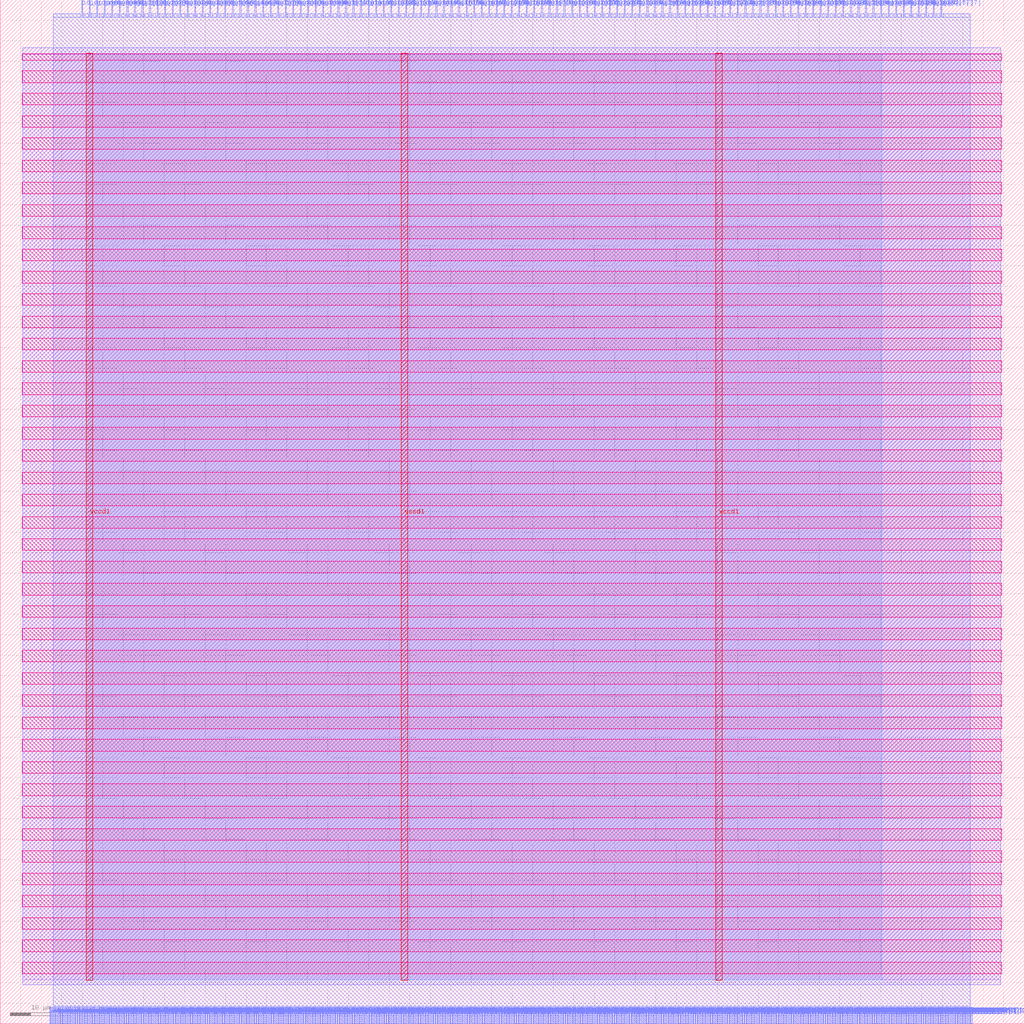
<source format=lef>
VERSION 5.7 ;
  NOWIREEXTENSIONATPIN ON ;
  DIVIDERCHAR "/" ;
  BUSBITCHARS "[]" ;
MACRO macro_2xdrive
  CLASS BLOCK ;
  FOREIGN macro_2xdrive ;
  ORIGIN 0.000 0.000 ;
  SIZE 250.000 BY 250.000 ;
  PIN io_active
    DIRECTION INPUT ;
    USE SIGNAL ;
    PORT
      LAYER met2 ;
        RECT 19.870 246.000 20.150 250.000 ;
    END
  END io_active
  PIN io_in[0]
    DIRECTION INPUT ;
    USE SIGNAL ;
    PORT
      LAYER met2 ;
        RECT 21.710 246.000 21.990 250.000 ;
    END
  END io_in[0]
  PIN io_in[10]
    DIRECTION INPUT ;
    USE SIGNAL ;
    PORT
      LAYER met2 ;
        RECT 76.910 246.000 77.190 250.000 ;
    END
  END io_in[10]
  PIN io_in[11]
    DIRECTION INPUT ;
    USE SIGNAL ;
    PORT
      LAYER met2 ;
        RECT 82.430 246.000 82.710 250.000 ;
    END
  END io_in[11]
  PIN io_in[12]
    DIRECTION INPUT ;
    USE SIGNAL ;
    PORT
      LAYER met2 ;
        RECT 87.950 246.000 88.230 250.000 ;
    END
  END io_in[12]
  PIN io_in[13]
    DIRECTION INPUT ;
    USE SIGNAL ;
    PORT
      LAYER met2 ;
        RECT 93.470 246.000 93.750 250.000 ;
    END
  END io_in[13]
  PIN io_in[14]
    DIRECTION INPUT ;
    USE SIGNAL ;
    PORT
      LAYER met2 ;
        RECT 98.990 246.000 99.270 250.000 ;
    END
  END io_in[14]
  PIN io_in[15]
    DIRECTION INPUT ;
    USE SIGNAL ;
    PORT
      LAYER met2 ;
        RECT 104.510 246.000 104.790 250.000 ;
    END
  END io_in[15]
  PIN io_in[16]
    DIRECTION INPUT ;
    USE SIGNAL ;
    PORT
      LAYER met2 ;
        RECT 110.030 246.000 110.310 250.000 ;
    END
  END io_in[16]
  PIN io_in[17]
    DIRECTION INPUT ;
    USE SIGNAL ;
    PORT
      LAYER met2 ;
        RECT 115.550 246.000 115.830 250.000 ;
    END
  END io_in[17]
  PIN io_in[18]
    DIRECTION INPUT ;
    USE SIGNAL ;
    PORT
      LAYER met2 ;
        RECT 121.070 246.000 121.350 250.000 ;
    END
  END io_in[18]
  PIN io_in[19]
    DIRECTION INPUT ;
    USE SIGNAL ;
    PORT
      LAYER met2 ;
        RECT 126.590 246.000 126.870 250.000 ;
    END
  END io_in[19]
  PIN io_in[1]
    DIRECTION INPUT ;
    USE SIGNAL ;
    PORT
      LAYER met2 ;
        RECT 27.230 246.000 27.510 250.000 ;
    END
  END io_in[1]
  PIN io_in[20]
    DIRECTION INPUT ;
    USE SIGNAL ;
    PORT
      LAYER met2 ;
        RECT 132.110 246.000 132.390 250.000 ;
    END
  END io_in[20]
  PIN io_in[21]
    DIRECTION INPUT ;
    USE SIGNAL ;
    PORT
      LAYER met2 ;
        RECT 137.630 246.000 137.910 250.000 ;
    END
  END io_in[21]
  PIN io_in[22]
    DIRECTION INPUT ;
    USE SIGNAL ;
    PORT
      LAYER met2 ;
        RECT 143.150 246.000 143.430 250.000 ;
    END
  END io_in[22]
  PIN io_in[23]
    DIRECTION INPUT ;
    USE SIGNAL ;
    PORT
      LAYER met2 ;
        RECT 148.670 246.000 148.950 250.000 ;
    END
  END io_in[23]
  PIN io_in[24]
    DIRECTION INPUT ;
    USE SIGNAL ;
    PORT
      LAYER met2 ;
        RECT 154.190 246.000 154.470 250.000 ;
    END
  END io_in[24]
  PIN io_in[25]
    DIRECTION INPUT ;
    USE SIGNAL ;
    PORT
      LAYER met2 ;
        RECT 159.710 246.000 159.990 250.000 ;
    END
  END io_in[25]
  PIN io_in[26]
    DIRECTION INPUT ;
    USE SIGNAL ;
    PORT
      LAYER met2 ;
        RECT 165.230 246.000 165.510 250.000 ;
    END
  END io_in[26]
  PIN io_in[27]
    DIRECTION INPUT ;
    USE SIGNAL ;
    PORT
      LAYER met2 ;
        RECT 170.750 246.000 171.030 250.000 ;
    END
  END io_in[27]
  PIN io_in[28]
    DIRECTION INPUT ;
    USE SIGNAL ;
    PORT
      LAYER met2 ;
        RECT 176.270 246.000 176.550 250.000 ;
    END
  END io_in[28]
  PIN io_in[29]
    DIRECTION INPUT ;
    USE SIGNAL ;
    PORT
      LAYER met2 ;
        RECT 181.790 246.000 182.070 250.000 ;
    END
  END io_in[29]
  PIN io_in[2]
    DIRECTION INPUT ;
    USE SIGNAL ;
    PORT
      LAYER met2 ;
        RECT 32.750 246.000 33.030 250.000 ;
    END
  END io_in[2]
  PIN io_in[30]
    DIRECTION INPUT ;
    USE SIGNAL ;
    PORT
      LAYER met2 ;
        RECT 187.310 246.000 187.590 250.000 ;
    END
  END io_in[30]
  PIN io_in[31]
    DIRECTION INPUT ;
    USE SIGNAL ;
    PORT
      LAYER met2 ;
        RECT 192.830 246.000 193.110 250.000 ;
    END
  END io_in[31]
  PIN io_in[32]
    DIRECTION INPUT ;
    USE SIGNAL ;
    PORT
      LAYER met2 ;
        RECT 198.350 246.000 198.630 250.000 ;
    END
  END io_in[32]
  PIN io_in[33]
    DIRECTION INPUT ;
    USE SIGNAL ;
    PORT
      LAYER met2 ;
        RECT 203.870 246.000 204.150 250.000 ;
    END
  END io_in[33]
  PIN io_in[34]
    DIRECTION INPUT ;
    USE SIGNAL ;
    PORT
      LAYER met2 ;
        RECT 209.390 246.000 209.670 250.000 ;
    END
  END io_in[34]
  PIN io_in[35]
    DIRECTION INPUT ;
    USE SIGNAL ;
    PORT
      LAYER met2 ;
        RECT 214.910 246.000 215.190 250.000 ;
    END
  END io_in[35]
  PIN io_in[36]
    DIRECTION INPUT ;
    USE SIGNAL ;
    PORT
      LAYER met2 ;
        RECT 220.430 246.000 220.710 250.000 ;
    END
  END io_in[36]
  PIN io_in[37]
    DIRECTION INPUT ;
    USE SIGNAL ;
    PORT
      LAYER met2 ;
        RECT 225.950 246.000 226.230 250.000 ;
    END
  END io_in[37]
  PIN io_in[3]
    DIRECTION INPUT ;
    USE SIGNAL ;
    PORT
      LAYER met2 ;
        RECT 38.270 246.000 38.550 250.000 ;
    END
  END io_in[3]
  PIN io_in[4]
    DIRECTION INPUT ;
    USE SIGNAL ;
    PORT
      LAYER met2 ;
        RECT 43.790 246.000 44.070 250.000 ;
    END
  END io_in[4]
  PIN io_in[5]
    DIRECTION INPUT ;
    USE SIGNAL ;
    PORT
      LAYER met2 ;
        RECT 49.310 246.000 49.590 250.000 ;
    END
  END io_in[5]
  PIN io_in[6]
    DIRECTION INPUT ;
    USE SIGNAL ;
    PORT
      LAYER met2 ;
        RECT 54.830 246.000 55.110 250.000 ;
    END
  END io_in[6]
  PIN io_in[7]
    DIRECTION INPUT ;
    USE SIGNAL ;
    PORT
      LAYER met2 ;
        RECT 60.350 246.000 60.630 250.000 ;
    END
  END io_in[7]
  PIN io_in[8]
    DIRECTION INPUT ;
    USE SIGNAL ;
    PORT
      LAYER met2 ;
        RECT 65.870 246.000 66.150 250.000 ;
    END
  END io_in[8]
  PIN io_in[9]
    DIRECTION INPUT ;
    USE SIGNAL ;
    PORT
      LAYER met2 ;
        RECT 71.390 246.000 71.670 250.000 ;
    END
  END io_in[9]
  PIN io_oeb[0]
    DIRECTION OUTPUT TRISTATE ;
    USE SIGNAL ;
    PORT
      LAYER met2 ;
        RECT 23.550 246.000 23.830 250.000 ;
    END
  END io_oeb[0]
  PIN io_oeb[10]
    DIRECTION OUTPUT TRISTATE ;
    USE SIGNAL ;
    PORT
      LAYER met2 ;
        RECT 78.750 246.000 79.030 250.000 ;
    END
  END io_oeb[10]
  PIN io_oeb[11]
    DIRECTION OUTPUT TRISTATE ;
    USE SIGNAL ;
    PORT
      LAYER met2 ;
        RECT 84.270 246.000 84.550 250.000 ;
    END
  END io_oeb[11]
  PIN io_oeb[12]
    DIRECTION OUTPUT TRISTATE ;
    USE SIGNAL ;
    PORT
      LAYER met2 ;
        RECT 89.790 246.000 90.070 250.000 ;
    END
  END io_oeb[12]
  PIN io_oeb[13]
    DIRECTION OUTPUT TRISTATE ;
    USE SIGNAL ;
    PORT
      LAYER met2 ;
        RECT 95.310 246.000 95.590 250.000 ;
    END
  END io_oeb[13]
  PIN io_oeb[14]
    DIRECTION OUTPUT TRISTATE ;
    USE SIGNAL ;
    PORT
      LAYER met2 ;
        RECT 100.830 246.000 101.110 250.000 ;
    END
  END io_oeb[14]
  PIN io_oeb[15]
    DIRECTION OUTPUT TRISTATE ;
    USE SIGNAL ;
    PORT
      LAYER met2 ;
        RECT 106.350 246.000 106.630 250.000 ;
    END
  END io_oeb[15]
  PIN io_oeb[16]
    DIRECTION OUTPUT TRISTATE ;
    USE SIGNAL ;
    PORT
      LAYER met2 ;
        RECT 111.870 246.000 112.150 250.000 ;
    END
  END io_oeb[16]
  PIN io_oeb[17]
    DIRECTION OUTPUT TRISTATE ;
    USE SIGNAL ;
    PORT
      LAYER met2 ;
        RECT 117.390 246.000 117.670 250.000 ;
    END
  END io_oeb[17]
  PIN io_oeb[18]
    DIRECTION OUTPUT TRISTATE ;
    USE SIGNAL ;
    PORT
      LAYER met2 ;
        RECT 122.910 246.000 123.190 250.000 ;
    END
  END io_oeb[18]
  PIN io_oeb[19]
    DIRECTION OUTPUT TRISTATE ;
    USE SIGNAL ;
    PORT
      LAYER met2 ;
        RECT 128.430 246.000 128.710 250.000 ;
    END
  END io_oeb[19]
  PIN io_oeb[1]
    DIRECTION OUTPUT TRISTATE ;
    USE SIGNAL ;
    PORT
      LAYER met2 ;
        RECT 29.070 246.000 29.350 250.000 ;
    END
  END io_oeb[1]
  PIN io_oeb[20]
    DIRECTION OUTPUT TRISTATE ;
    USE SIGNAL ;
    PORT
      LAYER met2 ;
        RECT 133.950 246.000 134.230 250.000 ;
    END
  END io_oeb[20]
  PIN io_oeb[21]
    DIRECTION OUTPUT TRISTATE ;
    USE SIGNAL ;
    PORT
      LAYER met2 ;
        RECT 139.470 246.000 139.750 250.000 ;
    END
  END io_oeb[21]
  PIN io_oeb[22]
    DIRECTION OUTPUT TRISTATE ;
    USE SIGNAL ;
    PORT
      LAYER met2 ;
        RECT 144.990 246.000 145.270 250.000 ;
    END
  END io_oeb[22]
  PIN io_oeb[23]
    DIRECTION OUTPUT TRISTATE ;
    USE SIGNAL ;
    PORT
      LAYER met2 ;
        RECT 150.510 246.000 150.790 250.000 ;
    END
  END io_oeb[23]
  PIN io_oeb[24]
    DIRECTION OUTPUT TRISTATE ;
    USE SIGNAL ;
    PORT
      LAYER met2 ;
        RECT 156.030 246.000 156.310 250.000 ;
    END
  END io_oeb[24]
  PIN io_oeb[25]
    DIRECTION OUTPUT TRISTATE ;
    USE SIGNAL ;
    PORT
      LAYER met2 ;
        RECT 161.550 246.000 161.830 250.000 ;
    END
  END io_oeb[25]
  PIN io_oeb[26]
    DIRECTION OUTPUT TRISTATE ;
    USE SIGNAL ;
    PORT
      LAYER met2 ;
        RECT 167.070 246.000 167.350 250.000 ;
    END
  END io_oeb[26]
  PIN io_oeb[27]
    DIRECTION OUTPUT TRISTATE ;
    USE SIGNAL ;
    PORT
      LAYER met2 ;
        RECT 172.590 246.000 172.870 250.000 ;
    END
  END io_oeb[27]
  PIN io_oeb[28]
    DIRECTION OUTPUT TRISTATE ;
    USE SIGNAL ;
    PORT
      LAYER met2 ;
        RECT 178.110 246.000 178.390 250.000 ;
    END
  END io_oeb[28]
  PIN io_oeb[29]
    DIRECTION OUTPUT TRISTATE ;
    USE SIGNAL ;
    PORT
      LAYER met2 ;
        RECT 183.630 246.000 183.910 250.000 ;
    END
  END io_oeb[29]
  PIN io_oeb[2]
    DIRECTION OUTPUT TRISTATE ;
    USE SIGNAL ;
    PORT
      LAYER met2 ;
        RECT 34.590 246.000 34.870 250.000 ;
    END
  END io_oeb[2]
  PIN io_oeb[30]
    DIRECTION OUTPUT TRISTATE ;
    USE SIGNAL ;
    PORT
      LAYER met2 ;
        RECT 189.150 246.000 189.430 250.000 ;
    END
  END io_oeb[30]
  PIN io_oeb[31]
    DIRECTION OUTPUT TRISTATE ;
    USE SIGNAL ;
    PORT
      LAYER met2 ;
        RECT 194.670 246.000 194.950 250.000 ;
    END
  END io_oeb[31]
  PIN io_oeb[32]
    DIRECTION OUTPUT TRISTATE ;
    USE SIGNAL ;
    PORT
      LAYER met2 ;
        RECT 200.190 246.000 200.470 250.000 ;
    END
  END io_oeb[32]
  PIN io_oeb[33]
    DIRECTION OUTPUT TRISTATE ;
    USE SIGNAL ;
    PORT
      LAYER met2 ;
        RECT 205.710 246.000 205.990 250.000 ;
    END
  END io_oeb[33]
  PIN io_oeb[34]
    DIRECTION OUTPUT TRISTATE ;
    USE SIGNAL ;
    PORT
      LAYER met2 ;
        RECT 211.230 246.000 211.510 250.000 ;
    END
  END io_oeb[34]
  PIN io_oeb[35]
    DIRECTION OUTPUT TRISTATE ;
    USE SIGNAL ;
    PORT
      LAYER met2 ;
        RECT 216.750 246.000 217.030 250.000 ;
    END
  END io_oeb[35]
  PIN io_oeb[36]
    DIRECTION OUTPUT TRISTATE ;
    USE SIGNAL ;
    PORT
      LAYER met2 ;
        RECT 222.270 246.000 222.550 250.000 ;
    END
  END io_oeb[36]
  PIN io_oeb[37]
    DIRECTION OUTPUT TRISTATE ;
    USE SIGNAL ;
    PORT
      LAYER met2 ;
        RECT 227.790 246.000 228.070 250.000 ;
    END
  END io_oeb[37]
  PIN io_oeb[3]
    DIRECTION OUTPUT TRISTATE ;
    USE SIGNAL ;
    PORT
      LAYER met2 ;
        RECT 40.110 246.000 40.390 250.000 ;
    END
  END io_oeb[3]
  PIN io_oeb[4]
    DIRECTION OUTPUT TRISTATE ;
    USE SIGNAL ;
    PORT
      LAYER met2 ;
        RECT 45.630 246.000 45.910 250.000 ;
    END
  END io_oeb[4]
  PIN io_oeb[5]
    DIRECTION OUTPUT TRISTATE ;
    USE SIGNAL ;
    PORT
      LAYER met2 ;
        RECT 51.150 246.000 51.430 250.000 ;
    END
  END io_oeb[5]
  PIN io_oeb[6]
    DIRECTION OUTPUT TRISTATE ;
    USE SIGNAL ;
    PORT
      LAYER met2 ;
        RECT 56.670 246.000 56.950 250.000 ;
    END
  END io_oeb[6]
  PIN io_oeb[7]
    DIRECTION OUTPUT TRISTATE ;
    USE SIGNAL ;
    PORT
      LAYER met2 ;
        RECT 62.190 246.000 62.470 250.000 ;
    END
  END io_oeb[7]
  PIN io_oeb[8]
    DIRECTION OUTPUT TRISTATE ;
    USE SIGNAL ;
    PORT
      LAYER met2 ;
        RECT 67.710 246.000 67.990 250.000 ;
    END
  END io_oeb[8]
  PIN io_oeb[9]
    DIRECTION OUTPUT TRISTATE ;
    USE SIGNAL ;
    PORT
      LAYER met2 ;
        RECT 73.230 246.000 73.510 250.000 ;
    END
  END io_oeb[9]
  PIN io_out[0]
    DIRECTION OUTPUT TRISTATE ;
    USE SIGNAL ;
    PORT
      LAYER met2 ;
        RECT 25.390 246.000 25.670 250.000 ;
    END
  END io_out[0]
  PIN io_out[10]
    DIRECTION OUTPUT TRISTATE ;
    USE SIGNAL ;
    PORT
      LAYER met2 ;
        RECT 80.590 246.000 80.870 250.000 ;
    END
  END io_out[10]
  PIN io_out[11]
    DIRECTION OUTPUT TRISTATE ;
    USE SIGNAL ;
    PORT
      LAYER met2 ;
        RECT 86.110 246.000 86.390 250.000 ;
    END
  END io_out[11]
  PIN io_out[12]
    DIRECTION OUTPUT TRISTATE ;
    USE SIGNAL ;
    PORT
      LAYER met2 ;
        RECT 91.630 246.000 91.910 250.000 ;
    END
  END io_out[12]
  PIN io_out[13]
    DIRECTION OUTPUT TRISTATE ;
    USE SIGNAL ;
    PORT
      LAYER met2 ;
        RECT 97.150 246.000 97.430 250.000 ;
    END
  END io_out[13]
  PIN io_out[14]
    DIRECTION OUTPUT TRISTATE ;
    USE SIGNAL ;
    PORT
      LAYER met2 ;
        RECT 102.670 246.000 102.950 250.000 ;
    END
  END io_out[14]
  PIN io_out[15]
    DIRECTION OUTPUT TRISTATE ;
    USE SIGNAL ;
    PORT
      LAYER met2 ;
        RECT 108.190 246.000 108.470 250.000 ;
    END
  END io_out[15]
  PIN io_out[16]
    DIRECTION OUTPUT TRISTATE ;
    USE SIGNAL ;
    PORT
      LAYER met2 ;
        RECT 113.710 246.000 113.990 250.000 ;
    END
  END io_out[16]
  PIN io_out[17]
    DIRECTION OUTPUT TRISTATE ;
    USE SIGNAL ;
    PORT
      LAYER met2 ;
        RECT 119.230 246.000 119.510 250.000 ;
    END
  END io_out[17]
  PIN io_out[18]
    DIRECTION OUTPUT TRISTATE ;
    USE SIGNAL ;
    PORT
      LAYER met2 ;
        RECT 124.750 246.000 125.030 250.000 ;
    END
  END io_out[18]
  PIN io_out[19]
    DIRECTION OUTPUT TRISTATE ;
    USE SIGNAL ;
    PORT
      LAYER met2 ;
        RECT 130.270 246.000 130.550 250.000 ;
    END
  END io_out[19]
  PIN io_out[1]
    DIRECTION OUTPUT TRISTATE ;
    USE SIGNAL ;
    PORT
      LAYER met2 ;
        RECT 30.910 246.000 31.190 250.000 ;
    END
  END io_out[1]
  PIN io_out[20]
    DIRECTION OUTPUT TRISTATE ;
    USE SIGNAL ;
    PORT
      LAYER met2 ;
        RECT 135.790 246.000 136.070 250.000 ;
    END
  END io_out[20]
  PIN io_out[21]
    DIRECTION OUTPUT TRISTATE ;
    USE SIGNAL ;
    PORT
      LAYER met2 ;
        RECT 141.310 246.000 141.590 250.000 ;
    END
  END io_out[21]
  PIN io_out[22]
    DIRECTION OUTPUT TRISTATE ;
    USE SIGNAL ;
    PORT
      LAYER met2 ;
        RECT 146.830 246.000 147.110 250.000 ;
    END
  END io_out[22]
  PIN io_out[23]
    DIRECTION OUTPUT TRISTATE ;
    USE SIGNAL ;
    PORT
      LAYER met2 ;
        RECT 152.350 246.000 152.630 250.000 ;
    END
  END io_out[23]
  PIN io_out[24]
    DIRECTION OUTPUT TRISTATE ;
    USE SIGNAL ;
    PORT
      LAYER met2 ;
        RECT 157.870 246.000 158.150 250.000 ;
    END
  END io_out[24]
  PIN io_out[25]
    DIRECTION OUTPUT TRISTATE ;
    USE SIGNAL ;
    PORT
      LAYER met2 ;
        RECT 163.390 246.000 163.670 250.000 ;
    END
  END io_out[25]
  PIN io_out[26]
    DIRECTION OUTPUT TRISTATE ;
    USE SIGNAL ;
    PORT
      LAYER met2 ;
        RECT 168.910 246.000 169.190 250.000 ;
    END
  END io_out[26]
  PIN io_out[27]
    DIRECTION OUTPUT TRISTATE ;
    USE SIGNAL ;
    PORT
      LAYER met2 ;
        RECT 174.430 246.000 174.710 250.000 ;
    END
  END io_out[27]
  PIN io_out[28]
    DIRECTION OUTPUT TRISTATE ;
    USE SIGNAL ;
    PORT
      LAYER met2 ;
        RECT 179.950 246.000 180.230 250.000 ;
    END
  END io_out[28]
  PIN io_out[29]
    DIRECTION OUTPUT TRISTATE ;
    USE SIGNAL ;
    PORT
      LAYER met2 ;
        RECT 185.470 246.000 185.750 250.000 ;
    END
  END io_out[29]
  PIN io_out[2]
    DIRECTION OUTPUT TRISTATE ;
    USE SIGNAL ;
    PORT
      LAYER met2 ;
        RECT 36.430 246.000 36.710 250.000 ;
    END
  END io_out[2]
  PIN io_out[30]
    DIRECTION OUTPUT TRISTATE ;
    USE SIGNAL ;
    PORT
      LAYER met2 ;
        RECT 190.990 246.000 191.270 250.000 ;
    END
  END io_out[30]
  PIN io_out[31]
    DIRECTION OUTPUT TRISTATE ;
    USE SIGNAL ;
    PORT
      LAYER met2 ;
        RECT 196.510 246.000 196.790 250.000 ;
    END
  END io_out[31]
  PIN io_out[32]
    DIRECTION OUTPUT TRISTATE ;
    USE SIGNAL ;
    PORT
      LAYER met2 ;
        RECT 202.030 246.000 202.310 250.000 ;
    END
  END io_out[32]
  PIN io_out[33]
    DIRECTION OUTPUT TRISTATE ;
    USE SIGNAL ;
    PORT
      LAYER met2 ;
        RECT 207.550 246.000 207.830 250.000 ;
    END
  END io_out[33]
  PIN io_out[34]
    DIRECTION OUTPUT TRISTATE ;
    USE SIGNAL ;
    PORT
      LAYER met2 ;
        RECT 213.070 246.000 213.350 250.000 ;
    END
  END io_out[34]
  PIN io_out[35]
    DIRECTION OUTPUT TRISTATE ;
    USE SIGNAL ;
    PORT
      LAYER met2 ;
        RECT 218.590 246.000 218.870 250.000 ;
    END
  END io_out[35]
  PIN io_out[36]
    DIRECTION OUTPUT TRISTATE ;
    USE SIGNAL ;
    PORT
      LAYER met2 ;
        RECT 224.110 246.000 224.390 250.000 ;
    END
  END io_out[36]
  PIN io_out[37]
    DIRECTION OUTPUT TRISTATE ;
    USE SIGNAL ;
    PORT
      LAYER met2 ;
        RECT 229.630 246.000 229.910 250.000 ;
    END
  END io_out[37]
  PIN io_out[3]
    DIRECTION OUTPUT TRISTATE ;
    USE SIGNAL ;
    PORT
      LAYER met2 ;
        RECT 41.950 246.000 42.230 250.000 ;
    END
  END io_out[3]
  PIN io_out[4]
    DIRECTION OUTPUT TRISTATE ;
    USE SIGNAL ;
    PORT
      LAYER met2 ;
        RECT 47.470 246.000 47.750 250.000 ;
    END
  END io_out[4]
  PIN io_out[5]
    DIRECTION OUTPUT TRISTATE ;
    USE SIGNAL ;
    PORT
      LAYER met2 ;
        RECT 52.990 246.000 53.270 250.000 ;
    END
  END io_out[5]
  PIN io_out[6]
    DIRECTION OUTPUT TRISTATE ;
    USE SIGNAL ;
    PORT
      LAYER met2 ;
        RECT 58.510 246.000 58.790 250.000 ;
    END
  END io_out[6]
  PIN io_out[7]
    DIRECTION OUTPUT TRISTATE ;
    USE SIGNAL ;
    PORT
      LAYER met2 ;
        RECT 64.030 246.000 64.310 250.000 ;
    END
  END io_out[7]
  PIN io_out[8]
    DIRECTION OUTPUT TRISTATE ;
    USE SIGNAL ;
    PORT
      LAYER met2 ;
        RECT 69.550 246.000 69.830 250.000 ;
    END
  END io_out[8]
  PIN io_out[9]
    DIRECTION OUTPUT TRISTATE ;
    USE SIGNAL ;
    PORT
      LAYER met2 ;
        RECT 75.070 246.000 75.350 250.000 ;
    END
  END io_out[9]
  PIN la_data_in[0]
    DIRECTION INPUT ;
    USE SIGNAL ;
    PORT
      LAYER met2 ;
        RECT 60.810 0.000 61.090 4.000 ;
    END
  END la_data_in[0]
  PIN la_data_in[100]
    DIRECTION INPUT ;
    USE SIGNAL ;
    PORT
      LAYER met2 ;
        RECT 198.810 0.000 199.090 4.000 ;
    END
  END la_data_in[100]
  PIN la_data_in[101]
    DIRECTION INPUT ;
    USE SIGNAL ;
    PORT
      LAYER met2 ;
        RECT 200.190 0.000 200.470 4.000 ;
    END
  END la_data_in[101]
  PIN la_data_in[102]
    DIRECTION INPUT ;
    USE SIGNAL ;
    PORT
      LAYER met2 ;
        RECT 201.570 0.000 201.850 4.000 ;
    END
  END la_data_in[102]
  PIN la_data_in[103]
    DIRECTION INPUT ;
    USE SIGNAL ;
    PORT
      LAYER met2 ;
        RECT 202.950 0.000 203.230 4.000 ;
    END
  END la_data_in[103]
  PIN la_data_in[104]
    DIRECTION INPUT ;
    USE SIGNAL ;
    PORT
      LAYER met2 ;
        RECT 204.330 0.000 204.610 4.000 ;
    END
  END la_data_in[104]
  PIN la_data_in[105]
    DIRECTION INPUT ;
    USE SIGNAL ;
    PORT
      LAYER met2 ;
        RECT 205.710 0.000 205.990 4.000 ;
    END
  END la_data_in[105]
  PIN la_data_in[106]
    DIRECTION INPUT ;
    USE SIGNAL ;
    PORT
      LAYER met2 ;
        RECT 207.090 0.000 207.370 4.000 ;
    END
  END la_data_in[106]
  PIN la_data_in[107]
    DIRECTION INPUT ;
    USE SIGNAL ;
    PORT
      LAYER met2 ;
        RECT 208.470 0.000 208.750 4.000 ;
    END
  END la_data_in[107]
  PIN la_data_in[108]
    DIRECTION INPUT ;
    USE SIGNAL ;
    PORT
      LAYER met2 ;
        RECT 209.850 0.000 210.130 4.000 ;
    END
  END la_data_in[108]
  PIN la_data_in[109]
    DIRECTION INPUT ;
    USE SIGNAL ;
    PORT
      LAYER met2 ;
        RECT 211.230 0.000 211.510 4.000 ;
    END
  END la_data_in[109]
  PIN la_data_in[10]
    DIRECTION INPUT ;
    USE SIGNAL ;
    PORT
      LAYER met2 ;
        RECT 74.610 0.000 74.890 4.000 ;
    END
  END la_data_in[10]
  PIN la_data_in[110]
    DIRECTION INPUT ;
    USE SIGNAL ;
    PORT
      LAYER met2 ;
        RECT 212.610 0.000 212.890 4.000 ;
    END
  END la_data_in[110]
  PIN la_data_in[111]
    DIRECTION INPUT ;
    USE SIGNAL ;
    PORT
      LAYER met2 ;
        RECT 213.990 0.000 214.270 4.000 ;
    END
  END la_data_in[111]
  PIN la_data_in[112]
    DIRECTION INPUT ;
    USE SIGNAL ;
    PORT
      LAYER met2 ;
        RECT 215.370 0.000 215.650 4.000 ;
    END
  END la_data_in[112]
  PIN la_data_in[113]
    DIRECTION INPUT ;
    USE SIGNAL ;
    PORT
      LAYER met2 ;
        RECT 216.750 0.000 217.030 4.000 ;
    END
  END la_data_in[113]
  PIN la_data_in[114]
    DIRECTION INPUT ;
    USE SIGNAL ;
    PORT
      LAYER met2 ;
        RECT 218.130 0.000 218.410 4.000 ;
    END
  END la_data_in[114]
  PIN la_data_in[115]
    DIRECTION INPUT ;
    USE SIGNAL ;
    PORT
      LAYER met2 ;
        RECT 219.510 0.000 219.790 4.000 ;
    END
  END la_data_in[115]
  PIN la_data_in[116]
    DIRECTION INPUT ;
    USE SIGNAL ;
    PORT
      LAYER met2 ;
        RECT 220.890 0.000 221.170 4.000 ;
    END
  END la_data_in[116]
  PIN la_data_in[117]
    DIRECTION INPUT ;
    USE SIGNAL ;
    PORT
      LAYER met2 ;
        RECT 222.270 0.000 222.550 4.000 ;
    END
  END la_data_in[117]
  PIN la_data_in[118]
    DIRECTION INPUT ;
    USE SIGNAL ;
    PORT
      LAYER met2 ;
        RECT 223.650 0.000 223.930 4.000 ;
    END
  END la_data_in[118]
  PIN la_data_in[119]
    DIRECTION INPUT ;
    USE SIGNAL ;
    PORT
      LAYER met2 ;
        RECT 225.030 0.000 225.310 4.000 ;
    END
  END la_data_in[119]
  PIN la_data_in[11]
    DIRECTION INPUT ;
    USE SIGNAL ;
    PORT
      LAYER met2 ;
        RECT 75.990 0.000 76.270 4.000 ;
    END
  END la_data_in[11]
  PIN la_data_in[120]
    DIRECTION INPUT ;
    USE SIGNAL ;
    PORT
      LAYER met2 ;
        RECT 226.410 0.000 226.690 4.000 ;
    END
  END la_data_in[120]
  PIN la_data_in[121]
    DIRECTION INPUT ;
    USE SIGNAL ;
    PORT
      LAYER met2 ;
        RECT 227.790 0.000 228.070 4.000 ;
    END
  END la_data_in[121]
  PIN la_data_in[122]
    DIRECTION INPUT ;
    USE SIGNAL ;
    PORT
      LAYER met2 ;
        RECT 229.170 0.000 229.450 4.000 ;
    END
  END la_data_in[122]
  PIN la_data_in[123]
    DIRECTION INPUT ;
    USE SIGNAL ;
    PORT
      LAYER met2 ;
        RECT 230.550 0.000 230.830 4.000 ;
    END
  END la_data_in[123]
  PIN la_data_in[124]
    DIRECTION INPUT ;
    USE SIGNAL ;
    PORT
      LAYER met2 ;
        RECT 231.930 0.000 232.210 4.000 ;
    END
  END la_data_in[124]
  PIN la_data_in[125]
    DIRECTION INPUT ;
    USE SIGNAL ;
    PORT
      LAYER met2 ;
        RECT 233.310 0.000 233.590 4.000 ;
    END
  END la_data_in[125]
  PIN la_data_in[126]
    DIRECTION INPUT ;
    USE SIGNAL ;
    PORT
      LAYER met2 ;
        RECT 234.690 0.000 234.970 4.000 ;
    END
  END la_data_in[126]
  PIN la_data_in[127]
    DIRECTION INPUT ;
    USE SIGNAL ;
    PORT
      LAYER met2 ;
        RECT 236.070 0.000 236.350 4.000 ;
    END
  END la_data_in[127]
  PIN la_data_in[12]
    DIRECTION INPUT ;
    USE SIGNAL ;
    PORT
      LAYER met2 ;
        RECT 77.370 0.000 77.650 4.000 ;
    END
  END la_data_in[12]
  PIN la_data_in[13]
    DIRECTION INPUT ;
    USE SIGNAL ;
    PORT
      LAYER met2 ;
        RECT 78.750 0.000 79.030 4.000 ;
    END
  END la_data_in[13]
  PIN la_data_in[14]
    DIRECTION INPUT ;
    USE SIGNAL ;
    PORT
      LAYER met2 ;
        RECT 80.130 0.000 80.410 4.000 ;
    END
  END la_data_in[14]
  PIN la_data_in[15]
    DIRECTION INPUT ;
    USE SIGNAL ;
    PORT
      LAYER met2 ;
        RECT 81.510 0.000 81.790 4.000 ;
    END
  END la_data_in[15]
  PIN la_data_in[16]
    DIRECTION INPUT ;
    USE SIGNAL ;
    PORT
      LAYER met2 ;
        RECT 82.890 0.000 83.170 4.000 ;
    END
  END la_data_in[16]
  PIN la_data_in[17]
    DIRECTION INPUT ;
    USE SIGNAL ;
    PORT
      LAYER met2 ;
        RECT 84.270 0.000 84.550 4.000 ;
    END
  END la_data_in[17]
  PIN la_data_in[18]
    DIRECTION INPUT ;
    USE SIGNAL ;
    PORT
      LAYER met2 ;
        RECT 85.650 0.000 85.930 4.000 ;
    END
  END la_data_in[18]
  PIN la_data_in[19]
    DIRECTION INPUT ;
    USE SIGNAL ;
    PORT
      LAYER met2 ;
        RECT 87.030 0.000 87.310 4.000 ;
    END
  END la_data_in[19]
  PIN la_data_in[1]
    DIRECTION INPUT ;
    USE SIGNAL ;
    PORT
      LAYER met2 ;
        RECT 62.190 0.000 62.470 4.000 ;
    END
  END la_data_in[1]
  PIN la_data_in[20]
    DIRECTION INPUT ;
    USE SIGNAL ;
    PORT
      LAYER met2 ;
        RECT 88.410 0.000 88.690 4.000 ;
    END
  END la_data_in[20]
  PIN la_data_in[21]
    DIRECTION INPUT ;
    USE SIGNAL ;
    PORT
      LAYER met2 ;
        RECT 89.790 0.000 90.070 4.000 ;
    END
  END la_data_in[21]
  PIN la_data_in[22]
    DIRECTION INPUT ;
    USE SIGNAL ;
    PORT
      LAYER met2 ;
        RECT 91.170 0.000 91.450 4.000 ;
    END
  END la_data_in[22]
  PIN la_data_in[23]
    DIRECTION INPUT ;
    USE SIGNAL ;
    PORT
      LAYER met2 ;
        RECT 92.550 0.000 92.830 4.000 ;
    END
  END la_data_in[23]
  PIN la_data_in[24]
    DIRECTION INPUT ;
    USE SIGNAL ;
    PORT
      LAYER met2 ;
        RECT 93.930 0.000 94.210 4.000 ;
    END
  END la_data_in[24]
  PIN la_data_in[25]
    DIRECTION INPUT ;
    USE SIGNAL ;
    PORT
      LAYER met2 ;
        RECT 95.310 0.000 95.590 4.000 ;
    END
  END la_data_in[25]
  PIN la_data_in[26]
    DIRECTION INPUT ;
    USE SIGNAL ;
    PORT
      LAYER met2 ;
        RECT 96.690 0.000 96.970 4.000 ;
    END
  END la_data_in[26]
  PIN la_data_in[27]
    DIRECTION INPUT ;
    USE SIGNAL ;
    PORT
      LAYER met2 ;
        RECT 98.070 0.000 98.350 4.000 ;
    END
  END la_data_in[27]
  PIN la_data_in[28]
    DIRECTION INPUT ;
    USE SIGNAL ;
    PORT
      LAYER met2 ;
        RECT 99.450 0.000 99.730 4.000 ;
    END
  END la_data_in[28]
  PIN la_data_in[29]
    DIRECTION INPUT ;
    USE SIGNAL ;
    PORT
      LAYER met2 ;
        RECT 100.830 0.000 101.110 4.000 ;
    END
  END la_data_in[29]
  PIN la_data_in[2]
    DIRECTION INPUT ;
    USE SIGNAL ;
    PORT
      LAYER met2 ;
        RECT 63.570 0.000 63.850 4.000 ;
    END
  END la_data_in[2]
  PIN la_data_in[30]
    DIRECTION INPUT ;
    USE SIGNAL ;
    PORT
      LAYER met2 ;
        RECT 102.210 0.000 102.490 4.000 ;
    END
  END la_data_in[30]
  PIN la_data_in[31]
    DIRECTION INPUT ;
    USE SIGNAL ;
    PORT
      LAYER met2 ;
        RECT 103.590 0.000 103.870 4.000 ;
    END
  END la_data_in[31]
  PIN la_data_in[32]
    DIRECTION INPUT ;
    USE SIGNAL ;
    PORT
      LAYER met2 ;
        RECT 104.970 0.000 105.250 4.000 ;
    END
  END la_data_in[32]
  PIN la_data_in[33]
    DIRECTION INPUT ;
    USE SIGNAL ;
    PORT
      LAYER met2 ;
        RECT 106.350 0.000 106.630 4.000 ;
    END
  END la_data_in[33]
  PIN la_data_in[34]
    DIRECTION INPUT ;
    USE SIGNAL ;
    PORT
      LAYER met2 ;
        RECT 107.730 0.000 108.010 4.000 ;
    END
  END la_data_in[34]
  PIN la_data_in[35]
    DIRECTION INPUT ;
    USE SIGNAL ;
    PORT
      LAYER met2 ;
        RECT 109.110 0.000 109.390 4.000 ;
    END
  END la_data_in[35]
  PIN la_data_in[36]
    DIRECTION INPUT ;
    USE SIGNAL ;
    PORT
      LAYER met2 ;
        RECT 110.490 0.000 110.770 4.000 ;
    END
  END la_data_in[36]
  PIN la_data_in[37]
    DIRECTION INPUT ;
    USE SIGNAL ;
    PORT
      LAYER met2 ;
        RECT 111.870 0.000 112.150 4.000 ;
    END
  END la_data_in[37]
  PIN la_data_in[38]
    DIRECTION INPUT ;
    USE SIGNAL ;
    PORT
      LAYER met2 ;
        RECT 113.250 0.000 113.530 4.000 ;
    END
  END la_data_in[38]
  PIN la_data_in[39]
    DIRECTION INPUT ;
    USE SIGNAL ;
    PORT
      LAYER met2 ;
        RECT 114.630 0.000 114.910 4.000 ;
    END
  END la_data_in[39]
  PIN la_data_in[3]
    DIRECTION INPUT ;
    USE SIGNAL ;
    PORT
      LAYER met2 ;
        RECT 64.950 0.000 65.230 4.000 ;
    END
  END la_data_in[3]
  PIN la_data_in[40]
    DIRECTION INPUT ;
    USE SIGNAL ;
    PORT
      LAYER met2 ;
        RECT 116.010 0.000 116.290 4.000 ;
    END
  END la_data_in[40]
  PIN la_data_in[41]
    DIRECTION INPUT ;
    USE SIGNAL ;
    PORT
      LAYER met2 ;
        RECT 117.390 0.000 117.670 4.000 ;
    END
  END la_data_in[41]
  PIN la_data_in[42]
    DIRECTION INPUT ;
    USE SIGNAL ;
    PORT
      LAYER met2 ;
        RECT 118.770 0.000 119.050 4.000 ;
    END
  END la_data_in[42]
  PIN la_data_in[43]
    DIRECTION INPUT ;
    USE SIGNAL ;
    PORT
      LAYER met2 ;
        RECT 120.150 0.000 120.430 4.000 ;
    END
  END la_data_in[43]
  PIN la_data_in[44]
    DIRECTION INPUT ;
    USE SIGNAL ;
    PORT
      LAYER met2 ;
        RECT 121.530 0.000 121.810 4.000 ;
    END
  END la_data_in[44]
  PIN la_data_in[45]
    DIRECTION INPUT ;
    USE SIGNAL ;
    PORT
      LAYER met2 ;
        RECT 122.910 0.000 123.190 4.000 ;
    END
  END la_data_in[45]
  PIN la_data_in[46]
    DIRECTION INPUT ;
    USE SIGNAL ;
    PORT
      LAYER met2 ;
        RECT 124.290 0.000 124.570 4.000 ;
    END
  END la_data_in[46]
  PIN la_data_in[47]
    DIRECTION INPUT ;
    USE SIGNAL ;
    PORT
      LAYER met2 ;
        RECT 125.670 0.000 125.950 4.000 ;
    END
  END la_data_in[47]
  PIN la_data_in[48]
    DIRECTION INPUT ;
    USE SIGNAL ;
    PORT
      LAYER met2 ;
        RECT 127.050 0.000 127.330 4.000 ;
    END
  END la_data_in[48]
  PIN la_data_in[49]
    DIRECTION INPUT ;
    USE SIGNAL ;
    PORT
      LAYER met2 ;
        RECT 128.430 0.000 128.710 4.000 ;
    END
  END la_data_in[49]
  PIN la_data_in[4]
    DIRECTION INPUT ;
    USE SIGNAL ;
    PORT
      LAYER met2 ;
        RECT 66.330 0.000 66.610 4.000 ;
    END
  END la_data_in[4]
  PIN la_data_in[50]
    DIRECTION INPUT ;
    USE SIGNAL ;
    PORT
      LAYER met2 ;
        RECT 129.810 0.000 130.090 4.000 ;
    END
  END la_data_in[50]
  PIN la_data_in[51]
    DIRECTION INPUT ;
    USE SIGNAL ;
    PORT
      LAYER met2 ;
        RECT 131.190 0.000 131.470 4.000 ;
    END
  END la_data_in[51]
  PIN la_data_in[52]
    DIRECTION INPUT ;
    USE SIGNAL ;
    PORT
      LAYER met2 ;
        RECT 132.570 0.000 132.850 4.000 ;
    END
  END la_data_in[52]
  PIN la_data_in[53]
    DIRECTION INPUT ;
    USE SIGNAL ;
    PORT
      LAYER met2 ;
        RECT 133.950 0.000 134.230 4.000 ;
    END
  END la_data_in[53]
  PIN la_data_in[54]
    DIRECTION INPUT ;
    USE SIGNAL ;
    PORT
      LAYER met2 ;
        RECT 135.330 0.000 135.610 4.000 ;
    END
  END la_data_in[54]
  PIN la_data_in[55]
    DIRECTION INPUT ;
    USE SIGNAL ;
    PORT
      LAYER met2 ;
        RECT 136.710 0.000 136.990 4.000 ;
    END
  END la_data_in[55]
  PIN la_data_in[56]
    DIRECTION INPUT ;
    USE SIGNAL ;
    PORT
      LAYER met2 ;
        RECT 138.090 0.000 138.370 4.000 ;
    END
  END la_data_in[56]
  PIN la_data_in[57]
    DIRECTION INPUT ;
    USE SIGNAL ;
    PORT
      LAYER met2 ;
        RECT 139.470 0.000 139.750 4.000 ;
    END
  END la_data_in[57]
  PIN la_data_in[58]
    DIRECTION INPUT ;
    USE SIGNAL ;
    PORT
      LAYER met2 ;
        RECT 140.850 0.000 141.130 4.000 ;
    END
  END la_data_in[58]
  PIN la_data_in[59]
    DIRECTION INPUT ;
    USE SIGNAL ;
    PORT
      LAYER met2 ;
        RECT 142.230 0.000 142.510 4.000 ;
    END
  END la_data_in[59]
  PIN la_data_in[5]
    DIRECTION INPUT ;
    USE SIGNAL ;
    PORT
      LAYER met2 ;
        RECT 67.710 0.000 67.990 4.000 ;
    END
  END la_data_in[5]
  PIN la_data_in[60]
    DIRECTION INPUT ;
    USE SIGNAL ;
    PORT
      LAYER met2 ;
        RECT 143.610 0.000 143.890 4.000 ;
    END
  END la_data_in[60]
  PIN la_data_in[61]
    DIRECTION INPUT ;
    USE SIGNAL ;
    PORT
      LAYER met2 ;
        RECT 144.990 0.000 145.270 4.000 ;
    END
  END la_data_in[61]
  PIN la_data_in[62]
    DIRECTION INPUT ;
    USE SIGNAL ;
    PORT
      LAYER met2 ;
        RECT 146.370 0.000 146.650 4.000 ;
    END
  END la_data_in[62]
  PIN la_data_in[63]
    DIRECTION INPUT ;
    USE SIGNAL ;
    PORT
      LAYER met2 ;
        RECT 147.750 0.000 148.030 4.000 ;
    END
  END la_data_in[63]
  PIN la_data_in[64]
    DIRECTION INPUT ;
    USE SIGNAL ;
    PORT
      LAYER met2 ;
        RECT 149.130 0.000 149.410 4.000 ;
    END
  END la_data_in[64]
  PIN la_data_in[65]
    DIRECTION INPUT ;
    USE SIGNAL ;
    PORT
      LAYER met2 ;
        RECT 150.510 0.000 150.790 4.000 ;
    END
  END la_data_in[65]
  PIN la_data_in[66]
    DIRECTION INPUT ;
    USE SIGNAL ;
    PORT
      LAYER met2 ;
        RECT 151.890 0.000 152.170 4.000 ;
    END
  END la_data_in[66]
  PIN la_data_in[67]
    DIRECTION INPUT ;
    USE SIGNAL ;
    PORT
      LAYER met2 ;
        RECT 153.270 0.000 153.550 4.000 ;
    END
  END la_data_in[67]
  PIN la_data_in[68]
    DIRECTION INPUT ;
    USE SIGNAL ;
    PORT
      LAYER met2 ;
        RECT 154.650 0.000 154.930 4.000 ;
    END
  END la_data_in[68]
  PIN la_data_in[69]
    DIRECTION INPUT ;
    USE SIGNAL ;
    PORT
      LAYER met2 ;
        RECT 156.030 0.000 156.310 4.000 ;
    END
  END la_data_in[69]
  PIN la_data_in[6]
    DIRECTION INPUT ;
    USE SIGNAL ;
    PORT
      LAYER met2 ;
        RECT 69.090 0.000 69.370 4.000 ;
    END
  END la_data_in[6]
  PIN la_data_in[70]
    DIRECTION INPUT ;
    USE SIGNAL ;
    PORT
      LAYER met2 ;
        RECT 157.410 0.000 157.690 4.000 ;
    END
  END la_data_in[70]
  PIN la_data_in[71]
    DIRECTION INPUT ;
    USE SIGNAL ;
    PORT
      LAYER met2 ;
        RECT 158.790 0.000 159.070 4.000 ;
    END
  END la_data_in[71]
  PIN la_data_in[72]
    DIRECTION INPUT ;
    USE SIGNAL ;
    PORT
      LAYER met2 ;
        RECT 160.170 0.000 160.450 4.000 ;
    END
  END la_data_in[72]
  PIN la_data_in[73]
    DIRECTION INPUT ;
    USE SIGNAL ;
    PORT
      LAYER met2 ;
        RECT 161.550 0.000 161.830 4.000 ;
    END
  END la_data_in[73]
  PIN la_data_in[74]
    DIRECTION INPUT ;
    USE SIGNAL ;
    PORT
      LAYER met2 ;
        RECT 162.930 0.000 163.210 4.000 ;
    END
  END la_data_in[74]
  PIN la_data_in[75]
    DIRECTION INPUT ;
    USE SIGNAL ;
    PORT
      LAYER met2 ;
        RECT 164.310 0.000 164.590 4.000 ;
    END
  END la_data_in[75]
  PIN la_data_in[76]
    DIRECTION INPUT ;
    USE SIGNAL ;
    PORT
      LAYER met2 ;
        RECT 165.690 0.000 165.970 4.000 ;
    END
  END la_data_in[76]
  PIN la_data_in[77]
    DIRECTION INPUT ;
    USE SIGNAL ;
    PORT
      LAYER met2 ;
        RECT 167.070 0.000 167.350 4.000 ;
    END
  END la_data_in[77]
  PIN la_data_in[78]
    DIRECTION INPUT ;
    USE SIGNAL ;
    PORT
      LAYER met2 ;
        RECT 168.450 0.000 168.730 4.000 ;
    END
  END la_data_in[78]
  PIN la_data_in[79]
    DIRECTION INPUT ;
    USE SIGNAL ;
    PORT
      LAYER met2 ;
        RECT 169.830 0.000 170.110 4.000 ;
    END
  END la_data_in[79]
  PIN la_data_in[7]
    DIRECTION INPUT ;
    USE SIGNAL ;
    PORT
      LAYER met2 ;
        RECT 70.470 0.000 70.750 4.000 ;
    END
  END la_data_in[7]
  PIN la_data_in[80]
    DIRECTION INPUT ;
    USE SIGNAL ;
    PORT
      LAYER met2 ;
        RECT 171.210 0.000 171.490 4.000 ;
    END
  END la_data_in[80]
  PIN la_data_in[81]
    DIRECTION INPUT ;
    USE SIGNAL ;
    PORT
      LAYER met2 ;
        RECT 172.590 0.000 172.870 4.000 ;
    END
  END la_data_in[81]
  PIN la_data_in[82]
    DIRECTION INPUT ;
    USE SIGNAL ;
    PORT
      LAYER met2 ;
        RECT 173.970 0.000 174.250 4.000 ;
    END
  END la_data_in[82]
  PIN la_data_in[83]
    DIRECTION INPUT ;
    USE SIGNAL ;
    PORT
      LAYER met2 ;
        RECT 175.350 0.000 175.630 4.000 ;
    END
  END la_data_in[83]
  PIN la_data_in[84]
    DIRECTION INPUT ;
    USE SIGNAL ;
    PORT
      LAYER met2 ;
        RECT 176.730 0.000 177.010 4.000 ;
    END
  END la_data_in[84]
  PIN la_data_in[85]
    DIRECTION INPUT ;
    USE SIGNAL ;
    PORT
      LAYER met2 ;
        RECT 178.110 0.000 178.390 4.000 ;
    END
  END la_data_in[85]
  PIN la_data_in[86]
    DIRECTION INPUT ;
    USE SIGNAL ;
    PORT
      LAYER met2 ;
        RECT 179.490 0.000 179.770 4.000 ;
    END
  END la_data_in[86]
  PIN la_data_in[87]
    DIRECTION INPUT ;
    USE SIGNAL ;
    PORT
      LAYER met2 ;
        RECT 180.870 0.000 181.150 4.000 ;
    END
  END la_data_in[87]
  PIN la_data_in[88]
    DIRECTION INPUT ;
    USE SIGNAL ;
    PORT
      LAYER met2 ;
        RECT 182.250 0.000 182.530 4.000 ;
    END
  END la_data_in[88]
  PIN la_data_in[89]
    DIRECTION INPUT ;
    USE SIGNAL ;
    PORT
      LAYER met2 ;
        RECT 183.630 0.000 183.910 4.000 ;
    END
  END la_data_in[89]
  PIN la_data_in[8]
    DIRECTION INPUT ;
    USE SIGNAL ;
    PORT
      LAYER met2 ;
        RECT 71.850 0.000 72.130 4.000 ;
    END
  END la_data_in[8]
  PIN la_data_in[90]
    DIRECTION INPUT ;
    USE SIGNAL ;
    PORT
      LAYER met2 ;
        RECT 185.010 0.000 185.290 4.000 ;
    END
  END la_data_in[90]
  PIN la_data_in[91]
    DIRECTION INPUT ;
    USE SIGNAL ;
    PORT
      LAYER met2 ;
        RECT 186.390 0.000 186.670 4.000 ;
    END
  END la_data_in[91]
  PIN la_data_in[92]
    DIRECTION INPUT ;
    USE SIGNAL ;
    PORT
      LAYER met2 ;
        RECT 187.770 0.000 188.050 4.000 ;
    END
  END la_data_in[92]
  PIN la_data_in[93]
    DIRECTION INPUT ;
    USE SIGNAL ;
    PORT
      LAYER met2 ;
        RECT 189.150 0.000 189.430 4.000 ;
    END
  END la_data_in[93]
  PIN la_data_in[94]
    DIRECTION INPUT ;
    USE SIGNAL ;
    PORT
      LAYER met2 ;
        RECT 190.530 0.000 190.810 4.000 ;
    END
  END la_data_in[94]
  PIN la_data_in[95]
    DIRECTION INPUT ;
    USE SIGNAL ;
    PORT
      LAYER met2 ;
        RECT 191.910 0.000 192.190 4.000 ;
    END
  END la_data_in[95]
  PIN la_data_in[96]
    DIRECTION INPUT ;
    USE SIGNAL ;
    PORT
      LAYER met2 ;
        RECT 193.290 0.000 193.570 4.000 ;
    END
  END la_data_in[96]
  PIN la_data_in[97]
    DIRECTION INPUT ;
    USE SIGNAL ;
    PORT
      LAYER met2 ;
        RECT 194.670 0.000 194.950 4.000 ;
    END
  END la_data_in[97]
  PIN la_data_in[98]
    DIRECTION INPUT ;
    USE SIGNAL ;
    PORT
      LAYER met2 ;
        RECT 196.050 0.000 196.330 4.000 ;
    END
  END la_data_in[98]
  PIN la_data_in[99]
    DIRECTION INPUT ;
    USE SIGNAL ;
    PORT
      LAYER met2 ;
        RECT 197.430 0.000 197.710 4.000 ;
    END
  END la_data_in[99]
  PIN la_data_in[9]
    DIRECTION INPUT ;
    USE SIGNAL ;
    PORT
      LAYER met2 ;
        RECT 73.230 0.000 73.510 4.000 ;
    END
  END la_data_in[9]
  PIN la_data_out[0]
    DIRECTION OUTPUT TRISTATE ;
    USE SIGNAL ;
    PORT
      LAYER met2 ;
        RECT 61.270 0.000 61.550 4.000 ;
    END
  END la_data_out[0]
  PIN la_data_out[100]
    DIRECTION OUTPUT TRISTATE ;
    USE SIGNAL ;
    PORT
      LAYER met2 ;
        RECT 199.270 0.000 199.550 4.000 ;
    END
  END la_data_out[100]
  PIN la_data_out[101]
    DIRECTION OUTPUT TRISTATE ;
    USE SIGNAL ;
    PORT
      LAYER met2 ;
        RECT 200.650 0.000 200.930 4.000 ;
    END
  END la_data_out[101]
  PIN la_data_out[102]
    DIRECTION OUTPUT TRISTATE ;
    USE SIGNAL ;
    PORT
      LAYER met2 ;
        RECT 202.030 0.000 202.310 4.000 ;
    END
  END la_data_out[102]
  PIN la_data_out[103]
    DIRECTION OUTPUT TRISTATE ;
    USE SIGNAL ;
    PORT
      LAYER met2 ;
        RECT 203.410 0.000 203.690 4.000 ;
    END
  END la_data_out[103]
  PIN la_data_out[104]
    DIRECTION OUTPUT TRISTATE ;
    USE SIGNAL ;
    PORT
      LAYER met2 ;
        RECT 204.790 0.000 205.070 4.000 ;
    END
  END la_data_out[104]
  PIN la_data_out[105]
    DIRECTION OUTPUT TRISTATE ;
    USE SIGNAL ;
    PORT
      LAYER met2 ;
        RECT 206.170 0.000 206.450 4.000 ;
    END
  END la_data_out[105]
  PIN la_data_out[106]
    DIRECTION OUTPUT TRISTATE ;
    USE SIGNAL ;
    PORT
      LAYER met2 ;
        RECT 207.550 0.000 207.830 4.000 ;
    END
  END la_data_out[106]
  PIN la_data_out[107]
    DIRECTION OUTPUT TRISTATE ;
    USE SIGNAL ;
    PORT
      LAYER met2 ;
        RECT 208.930 0.000 209.210 4.000 ;
    END
  END la_data_out[107]
  PIN la_data_out[108]
    DIRECTION OUTPUT TRISTATE ;
    USE SIGNAL ;
    PORT
      LAYER met2 ;
        RECT 210.310 0.000 210.590 4.000 ;
    END
  END la_data_out[108]
  PIN la_data_out[109]
    DIRECTION OUTPUT TRISTATE ;
    USE SIGNAL ;
    PORT
      LAYER met2 ;
        RECT 211.690 0.000 211.970 4.000 ;
    END
  END la_data_out[109]
  PIN la_data_out[10]
    DIRECTION OUTPUT TRISTATE ;
    USE SIGNAL ;
    PORT
      LAYER met2 ;
        RECT 75.070 0.000 75.350 4.000 ;
    END
  END la_data_out[10]
  PIN la_data_out[110]
    DIRECTION OUTPUT TRISTATE ;
    USE SIGNAL ;
    PORT
      LAYER met2 ;
        RECT 213.070 0.000 213.350 4.000 ;
    END
  END la_data_out[110]
  PIN la_data_out[111]
    DIRECTION OUTPUT TRISTATE ;
    USE SIGNAL ;
    PORT
      LAYER met2 ;
        RECT 214.450 0.000 214.730 4.000 ;
    END
  END la_data_out[111]
  PIN la_data_out[112]
    DIRECTION OUTPUT TRISTATE ;
    USE SIGNAL ;
    PORT
      LAYER met2 ;
        RECT 215.830 0.000 216.110 4.000 ;
    END
  END la_data_out[112]
  PIN la_data_out[113]
    DIRECTION OUTPUT TRISTATE ;
    USE SIGNAL ;
    PORT
      LAYER met2 ;
        RECT 217.210 0.000 217.490 4.000 ;
    END
  END la_data_out[113]
  PIN la_data_out[114]
    DIRECTION OUTPUT TRISTATE ;
    USE SIGNAL ;
    PORT
      LAYER met2 ;
        RECT 218.590 0.000 218.870 4.000 ;
    END
  END la_data_out[114]
  PIN la_data_out[115]
    DIRECTION OUTPUT TRISTATE ;
    USE SIGNAL ;
    PORT
      LAYER met2 ;
        RECT 219.970 0.000 220.250 4.000 ;
    END
  END la_data_out[115]
  PIN la_data_out[116]
    DIRECTION OUTPUT TRISTATE ;
    USE SIGNAL ;
    PORT
      LAYER met2 ;
        RECT 221.350 0.000 221.630 4.000 ;
    END
  END la_data_out[116]
  PIN la_data_out[117]
    DIRECTION OUTPUT TRISTATE ;
    USE SIGNAL ;
    PORT
      LAYER met2 ;
        RECT 222.730 0.000 223.010 4.000 ;
    END
  END la_data_out[117]
  PIN la_data_out[118]
    DIRECTION OUTPUT TRISTATE ;
    USE SIGNAL ;
    PORT
      LAYER met2 ;
        RECT 224.110 0.000 224.390 4.000 ;
    END
  END la_data_out[118]
  PIN la_data_out[119]
    DIRECTION OUTPUT TRISTATE ;
    USE SIGNAL ;
    PORT
      LAYER met2 ;
        RECT 225.490 0.000 225.770 4.000 ;
    END
  END la_data_out[119]
  PIN la_data_out[11]
    DIRECTION OUTPUT TRISTATE ;
    USE SIGNAL ;
    PORT
      LAYER met2 ;
        RECT 76.450 0.000 76.730 4.000 ;
    END
  END la_data_out[11]
  PIN la_data_out[120]
    DIRECTION OUTPUT TRISTATE ;
    USE SIGNAL ;
    PORT
      LAYER met2 ;
        RECT 226.870 0.000 227.150 4.000 ;
    END
  END la_data_out[120]
  PIN la_data_out[121]
    DIRECTION OUTPUT TRISTATE ;
    USE SIGNAL ;
    PORT
      LAYER met2 ;
        RECT 228.250 0.000 228.530 4.000 ;
    END
  END la_data_out[121]
  PIN la_data_out[122]
    DIRECTION OUTPUT TRISTATE ;
    USE SIGNAL ;
    PORT
      LAYER met2 ;
        RECT 229.630 0.000 229.910 4.000 ;
    END
  END la_data_out[122]
  PIN la_data_out[123]
    DIRECTION OUTPUT TRISTATE ;
    USE SIGNAL ;
    PORT
      LAYER met2 ;
        RECT 231.010 0.000 231.290 4.000 ;
    END
  END la_data_out[123]
  PIN la_data_out[124]
    DIRECTION OUTPUT TRISTATE ;
    USE SIGNAL ;
    PORT
      LAYER met2 ;
        RECT 232.390 0.000 232.670 4.000 ;
    END
  END la_data_out[124]
  PIN la_data_out[125]
    DIRECTION OUTPUT TRISTATE ;
    USE SIGNAL ;
    PORT
      LAYER met2 ;
        RECT 233.770 0.000 234.050 4.000 ;
    END
  END la_data_out[125]
  PIN la_data_out[126]
    DIRECTION OUTPUT TRISTATE ;
    USE SIGNAL ;
    PORT
      LAYER met2 ;
        RECT 235.150 0.000 235.430 4.000 ;
    END
  END la_data_out[126]
  PIN la_data_out[127]
    DIRECTION OUTPUT TRISTATE ;
    USE SIGNAL ;
    PORT
      LAYER met2 ;
        RECT 236.530 0.000 236.810 4.000 ;
    END
  END la_data_out[127]
  PIN la_data_out[12]
    DIRECTION OUTPUT TRISTATE ;
    USE SIGNAL ;
    PORT
      LAYER met2 ;
        RECT 77.830 0.000 78.110 4.000 ;
    END
  END la_data_out[12]
  PIN la_data_out[13]
    DIRECTION OUTPUT TRISTATE ;
    USE SIGNAL ;
    PORT
      LAYER met2 ;
        RECT 79.210 0.000 79.490 4.000 ;
    END
  END la_data_out[13]
  PIN la_data_out[14]
    DIRECTION OUTPUT TRISTATE ;
    USE SIGNAL ;
    PORT
      LAYER met2 ;
        RECT 80.590 0.000 80.870 4.000 ;
    END
  END la_data_out[14]
  PIN la_data_out[15]
    DIRECTION OUTPUT TRISTATE ;
    USE SIGNAL ;
    PORT
      LAYER met2 ;
        RECT 81.970 0.000 82.250 4.000 ;
    END
  END la_data_out[15]
  PIN la_data_out[16]
    DIRECTION OUTPUT TRISTATE ;
    USE SIGNAL ;
    PORT
      LAYER met2 ;
        RECT 83.350 0.000 83.630 4.000 ;
    END
  END la_data_out[16]
  PIN la_data_out[17]
    DIRECTION OUTPUT TRISTATE ;
    USE SIGNAL ;
    PORT
      LAYER met2 ;
        RECT 84.730 0.000 85.010 4.000 ;
    END
  END la_data_out[17]
  PIN la_data_out[18]
    DIRECTION OUTPUT TRISTATE ;
    USE SIGNAL ;
    PORT
      LAYER met2 ;
        RECT 86.110 0.000 86.390 4.000 ;
    END
  END la_data_out[18]
  PIN la_data_out[19]
    DIRECTION OUTPUT TRISTATE ;
    USE SIGNAL ;
    PORT
      LAYER met2 ;
        RECT 87.490 0.000 87.770 4.000 ;
    END
  END la_data_out[19]
  PIN la_data_out[1]
    DIRECTION OUTPUT TRISTATE ;
    USE SIGNAL ;
    PORT
      LAYER met2 ;
        RECT 62.650 0.000 62.930 4.000 ;
    END
  END la_data_out[1]
  PIN la_data_out[20]
    DIRECTION OUTPUT TRISTATE ;
    USE SIGNAL ;
    PORT
      LAYER met2 ;
        RECT 88.870 0.000 89.150 4.000 ;
    END
  END la_data_out[20]
  PIN la_data_out[21]
    DIRECTION OUTPUT TRISTATE ;
    USE SIGNAL ;
    PORT
      LAYER met2 ;
        RECT 90.250 0.000 90.530 4.000 ;
    END
  END la_data_out[21]
  PIN la_data_out[22]
    DIRECTION OUTPUT TRISTATE ;
    USE SIGNAL ;
    PORT
      LAYER met2 ;
        RECT 91.630 0.000 91.910 4.000 ;
    END
  END la_data_out[22]
  PIN la_data_out[23]
    DIRECTION OUTPUT TRISTATE ;
    USE SIGNAL ;
    PORT
      LAYER met2 ;
        RECT 93.010 0.000 93.290 4.000 ;
    END
  END la_data_out[23]
  PIN la_data_out[24]
    DIRECTION OUTPUT TRISTATE ;
    USE SIGNAL ;
    PORT
      LAYER met2 ;
        RECT 94.390 0.000 94.670 4.000 ;
    END
  END la_data_out[24]
  PIN la_data_out[25]
    DIRECTION OUTPUT TRISTATE ;
    USE SIGNAL ;
    PORT
      LAYER met2 ;
        RECT 95.770 0.000 96.050 4.000 ;
    END
  END la_data_out[25]
  PIN la_data_out[26]
    DIRECTION OUTPUT TRISTATE ;
    USE SIGNAL ;
    PORT
      LAYER met2 ;
        RECT 97.150 0.000 97.430 4.000 ;
    END
  END la_data_out[26]
  PIN la_data_out[27]
    DIRECTION OUTPUT TRISTATE ;
    USE SIGNAL ;
    PORT
      LAYER met2 ;
        RECT 98.530 0.000 98.810 4.000 ;
    END
  END la_data_out[27]
  PIN la_data_out[28]
    DIRECTION OUTPUT TRISTATE ;
    USE SIGNAL ;
    PORT
      LAYER met2 ;
        RECT 99.910 0.000 100.190 4.000 ;
    END
  END la_data_out[28]
  PIN la_data_out[29]
    DIRECTION OUTPUT TRISTATE ;
    USE SIGNAL ;
    PORT
      LAYER met2 ;
        RECT 101.290 0.000 101.570 4.000 ;
    END
  END la_data_out[29]
  PIN la_data_out[2]
    DIRECTION OUTPUT TRISTATE ;
    USE SIGNAL ;
    PORT
      LAYER met2 ;
        RECT 64.030 0.000 64.310 4.000 ;
    END
  END la_data_out[2]
  PIN la_data_out[30]
    DIRECTION OUTPUT TRISTATE ;
    USE SIGNAL ;
    PORT
      LAYER met2 ;
        RECT 102.670 0.000 102.950 4.000 ;
    END
  END la_data_out[30]
  PIN la_data_out[31]
    DIRECTION OUTPUT TRISTATE ;
    USE SIGNAL ;
    PORT
      LAYER met2 ;
        RECT 104.050 0.000 104.330 4.000 ;
    END
  END la_data_out[31]
  PIN la_data_out[32]
    DIRECTION OUTPUT TRISTATE ;
    USE SIGNAL ;
    PORT
      LAYER met2 ;
        RECT 105.430 0.000 105.710 4.000 ;
    END
  END la_data_out[32]
  PIN la_data_out[33]
    DIRECTION OUTPUT TRISTATE ;
    USE SIGNAL ;
    PORT
      LAYER met2 ;
        RECT 106.810 0.000 107.090 4.000 ;
    END
  END la_data_out[33]
  PIN la_data_out[34]
    DIRECTION OUTPUT TRISTATE ;
    USE SIGNAL ;
    PORT
      LAYER met2 ;
        RECT 108.190 0.000 108.470 4.000 ;
    END
  END la_data_out[34]
  PIN la_data_out[35]
    DIRECTION OUTPUT TRISTATE ;
    USE SIGNAL ;
    PORT
      LAYER met2 ;
        RECT 109.570 0.000 109.850 4.000 ;
    END
  END la_data_out[35]
  PIN la_data_out[36]
    DIRECTION OUTPUT TRISTATE ;
    USE SIGNAL ;
    PORT
      LAYER met2 ;
        RECT 110.950 0.000 111.230 4.000 ;
    END
  END la_data_out[36]
  PIN la_data_out[37]
    DIRECTION OUTPUT TRISTATE ;
    USE SIGNAL ;
    PORT
      LAYER met2 ;
        RECT 112.330 0.000 112.610 4.000 ;
    END
  END la_data_out[37]
  PIN la_data_out[38]
    DIRECTION OUTPUT TRISTATE ;
    USE SIGNAL ;
    PORT
      LAYER met2 ;
        RECT 113.710 0.000 113.990 4.000 ;
    END
  END la_data_out[38]
  PIN la_data_out[39]
    DIRECTION OUTPUT TRISTATE ;
    USE SIGNAL ;
    PORT
      LAYER met2 ;
        RECT 115.090 0.000 115.370 4.000 ;
    END
  END la_data_out[39]
  PIN la_data_out[3]
    DIRECTION OUTPUT TRISTATE ;
    USE SIGNAL ;
    PORT
      LAYER met2 ;
        RECT 65.410 0.000 65.690 4.000 ;
    END
  END la_data_out[3]
  PIN la_data_out[40]
    DIRECTION OUTPUT TRISTATE ;
    USE SIGNAL ;
    PORT
      LAYER met2 ;
        RECT 116.470 0.000 116.750 4.000 ;
    END
  END la_data_out[40]
  PIN la_data_out[41]
    DIRECTION OUTPUT TRISTATE ;
    USE SIGNAL ;
    PORT
      LAYER met2 ;
        RECT 117.850 0.000 118.130 4.000 ;
    END
  END la_data_out[41]
  PIN la_data_out[42]
    DIRECTION OUTPUT TRISTATE ;
    USE SIGNAL ;
    PORT
      LAYER met2 ;
        RECT 119.230 0.000 119.510 4.000 ;
    END
  END la_data_out[42]
  PIN la_data_out[43]
    DIRECTION OUTPUT TRISTATE ;
    USE SIGNAL ;
    PORT
      LAYER met2 ;
        RECT 120.610 0.000 120.890 4.000 ;
    END
  END la_data_out[43]
  PIN la_data_out[44]
    DIRECTION OUTPUT TRISTATE ;
    USE SIGNAL ;
    PORT
      LAYER met2 ;
        RECT 121.990 0.000 122.270 4.000 ;
    END
  END la_data_out[44]
  PIN la_data_out[45]
    DIRECTION OUTPUT TRISTATE ;
    USE SIGNAL ;
    PORT
      LAYER met2 ;
        RECT 123.370 0.000 123.650 4.000 ;
    END
  END la_data_out[45]
  PIN la_data_out[46]
    DIRECTION OUTPUT TRISTATE ;
    USE SIGNAL ;
    PORT
      LAYER met2 ;
        RECT 124.750 0.000 125.030 4.000 ;
    END
  END la_data_out[46]
  PIN la_data_out[47]
    DIRECTION OUTPUT TRISTATE ;
    USE SIGNAL ;
    PORT
      LAYER met2 ;
        RECT 126.130 0.000 126.410 4.000 ;
    END
  END la_data_out[47]
  PIN la_data_out[48]
    DIRECTION OUTPUT TRISTATE ;
    USE SIGNAL ;
    PORT
      LAYER met2 ;
        RECT 127.510 0.000 127.790 4.000 ;
    END
  END la_data_out[48]
  PIN la_data_out[49]
    DIRECTION OUTPUT TRISTATE ;
    USE SIGNAL ;
    PORT
      LAYER met2 ;
        RECT 128.890 0.000 129.170 4.000 ;
    END
  END la_data_out[49]
  PIN la_data_out[4]
    DIRECTION OUTPUT TRISTATE ;
    USE SIGNAL ;
    PORT
      LAYER met2 ;
        RECT 66.790 0.000 67.070 4.000 ;
    END
  END la_data_out[4]
  PIN la_data_out[50]
    DIRECTION OUTPUT TRISTATE ;
    USE SIGNAL ;
    PORT
      LAYER met2 ;
        RECT 130.270 0.000 130.550 4.000 ;
    END
  END la_data_out[50]
  PIN la_data_out[51]
    DIRECTION OUTPUT TRISTATE ;
    USE SIGNAL ;
    PORT
      LAYER met2 ;
        RECT 131.650 0.000 131.930 4.000 ;
    END
  END la_data_out[51]
  PIN la_data_out[52]
    DIRECTION OUTPUT TRISTATE ;
    USE SIGNAL ;
    PORT
      LAYER met2 ;
        RECT 133.030 0.000 133.310 4.000 ;
    END
  END la_data_out[52]
  PIN la_data_out[53]
    DIRECTION OUTPUT TRISTATE ;
    USE SIGNAL ;
    PORT
      LAYER met2 ;
        RECT 134.410 0.000 134.690 4.000 ;
    END
  END la_data_out[53]
  PIN la_data_out[54]
    DIRECTION OUTPUT TRISTATE ;
    USE SIGNAL ;
    PORT
      LAYER met2 ;
        RECT 135.790 0.000 136.070 4.000 ;
    END
  END la_data_out[54]
  PIN la_data_out[55]
    DIRECTION OUTPUT TRISTATE ;
    USE SIGNAL ;
    PORT
      LAYER met2 ;
        RECT 137.170 0.000 137.450 4.000 ;
    END
  END la_data_out[55]
  PIN la_data_out[56]
    DIRECTION OUTPUT TRISTATE ;
    USE SIGNAL ;
    PORT
      LAYER met2 ;
        RECT 138.550 0.000 138.830 4.000 ;
    END
  END la_data_out[56]
  PIN la_data_out[57]
    DIRECTION OUTPUT TRISTATE ;
    USE SIGNAL ;
    PORT
      LAYER met2 ;
        RECT 139.930 0.000 140.210 4.000 ;
    END
  END la_data_out[57]
  PIN la_data_out[58]
    DIRECTION OUTPUT TRISTATE ;
    USE SIGNAL ;
    PORT
      LAYER met2 ;
        RECT 141.310 0.000 141.590 4.000 ;
    END
  END la_data_out[58]
  PIN la_data_out[59]
    DIRECTION OUTPUT TRISTATE ;
    USE SIGNAL ;
    PORT
      LAYER met2 ;
        RECT 142.690 0.000 142.970 4.000 ;
    END
  END la_data_out[59]
  PIN la_data_out[5]
    DIRECTION OUTPUT TRISTATE ;
    USE SIGNAL ;
    PORT
      LAYER met2 ;
        RECT 68.170 0.000 68.450 4.000 ;
    END
  END la_data_out[5]
  PIN la_data_out[60]
    DIRECTION OUTPUT TRISTATE ;
    USE SIGNAL ;
    PORT
      LAYER met2 ;
        RECT 144.070 0.000 144.350 4.000 ;
    END
  END la_data_out[60]
  PIN la_data_out[61]
    DIRECTION OUTPUT TRISTATE ;
    USE SIGNAL ;
    PORT
      LAYER met2 ;
        RECT 145.450 0.000 145.730 4.000 ;
    END
  END la_data_out[61]
  PIN la_data_out[62]
    DIRECTION OUTPUT TRISTATE ;
    USE SIGNAL ;
    PORT
      LAYER met2 ;
        RECT 146.830 0.000 147.110 4.000 ;
    END
  END la_data_out[62]
  PIN la_data_out[63]
    DIRECTION OUTPUT TRISTATE ;
    USE SIGNAL ;
    PORT
      LAYER met2 ;
        RECT 148.210 0.000 148.490 4.000 ;
    END
  END la_data_out[63]
  PIN la_data_out[64]
    DIRECTION OUTPUT TRISTATE ;
    USE SIGNAL ;
    PORT
      LAYER met2 ;
        RECT 149.590 0.000 149.870 4.000 ;
    END
  END la_data_out[64]
  PIN la_data_out[65]
    DIRECTION OUTPUT TRISTATE ;
    USE SIGNAL ;
    PORT
      LAYER met2 ;
        RECT 150.970 0.000 151.250 4.000 ;
    END
  END la_data_out[65]
  PIN la_data_out[66]
    DIRECTION OUTPUT TRISTATE ;
    USE SIGNAL ;
    PORT
      LAYER met2 ;
        RECT 152.350 0.000 152.630 4.000 ;
    END
  END la_data_out[66]
  PIN la_data_out[67]
    DIRECTION OUTPUT TRISTATE ;
    USE SIGNAL ;
    PORT
      LAYER met2 ;
        RECT 153.730 0.000 154.010 4.000 ;
    END
  END la_data_out[67]
  PIN la_data_out[68]
    DIRECTION OUTPUT TRISTATE ;
    USE SIGNAL ;
    PORT
      LAYER met2 ;
        RECT 155.110 0.000 155.390 4.000 ;
    END
  END la_data_out[68]
  PIN la_data_out[69]
    DIRECTION OUTPUT TRISTATE ;
    USE SIGNAL ;
    PORT
      LAYER met2 ;
        RECT 156.490 0.000 156.770 4.000 ;
    END
  END la_data_out[69]
  PIN la_data_out[6]
    DIRECTION OUTPUT TRISTATE ;
    USE SIGNAL ;
    PORT
      LAYER met2 ;
        RECT 69.550 0.000 69.830 4.000 ;
    END
  END la_data_out[6]
  PIN la_data_out[70]
    DIRECTION OUTPUT TRISTATE ;
    USE SIGNAL ;
    PORT
      LAYER met2 ;
        RECT 157.870 0.000 158.150 4.000 ;
    END
  END la_data_out[70]
  PIN la_data_out[71]
    DIRECTION OUTPUT TRISTATE ;
    USE SIGNAL ;
    PORT
      LAYER met2 ;
        RECT 159.250 0.000 159.530 4.000 ;
    END
  END la_data_out[71]
  PIN la_data_out[72]
    DIRECTION OUTPUT TRISTATE ;
    USE SIGNAL ;
    PORT
      LAYER met2 ;
        RECT 160.630 0.000 160.910 4.000 ;
    END
  END la_data_out[72]
  PIN la_data_out[73]
    DIRECTION OUTPUT TRISTATE ;
    USE SIGNAL ;
    PORT
      LAYER met2 ;
        RECT 162.010 0.000 162.290 4.000 ;
    END
  END la_data_out[73]
  PIN la_data_out[74]
    DIRECTION OUTPUT TRISTATE ;
    USE SIGNAL ;
    PORT
      LAYER met2 ;
        RECT 163.390 0.000 163.670 4.000 ;
    END
  END la_data_out[74]
  PIN la_data_out[75]
    DIRECTION OUTPUT TRISTATE ;
    USE SIGNAL ;
    PORT
      LAYER met2 ;
        RECT 164.770 0.000 165.050 4.000 ;
    END
  END la_data_out[75]
  PIN la_data_out[76]
    DIRECTION OUTPUT TRISTATE ;
    USE SIGNAL ;
    PORT
      LAYER met2 ;
        RECT 166.150 0.000 166.430 4.000 ;
    END
  END la_data_out[76]
  PIN la_data_out[77]
    DIRECTION OUTPUT TRISTATE ;
    USE SIGNAL ;
    PORT
      LAYER met2 ;
        RECT 167.530 0.000 167.810 4.000 ;
    END
  END la_data_out[77]
  PIN la_data_out[78]
    DIRECTION OUTPUT TRISTATE ;
    USE SIGNAL ;
    PORT
      LAYER met2 ;
        RECT 168.910 0.000 169.190 4.000 ;
    END
  END la_data_out[78]
  PIN la_data_out[79]
    DIRECTION OUTPUT TRISTATE ;
    USE SIGNAL ;
    PORT
      LAYER met2 ;
        RECT 170.290 0.000 170.570 4.000 ;
    END
  END la_data_out[79]
  PIN la_data_out[7]
    DIRECTION OUTPUT TRISTATE ;
    USE SIGNAL ;
    PORT
      LAYER met2 ;
        RECT 70.930 0.000 71.210 4.000 ;
    END
  END la_data_out[7]
  PIN la_data_out[80]
    DIRECTION OUTPUT TRISTATE ;
    USE SIGNAL ;
    PORT
      LAYER met2 ;
        RECT 171.670 0.000 171.950 4.000 ;
    END
  END la_data_out[80]
  PIN la_data_out[81]
    DIRECTION OUTPUT TRISTATE ;
    USE SIGNAL ;
    PORT
      LAYER met2 ;
        RECT 173.050 0.000 173.330 4.000 ;
    END
  END la_data_out[81]
  PIN la_data_out[82]
    DIRECTION OUTPUT TRISTATE ;
    USE SIGNAL ;
    PORT
      LAYER met2 ;
        RECT 174.430 0.000 174.710 4.000 ;
    END
  END la_data_out[82]
  PIN la_data_out[83]
    DIRECTION OUTPUT TRISTATE ;
    USE SIGNAL ;
    PORT
      LAYER met2 ;
        RECT 175.810 0.000 176.090 4.000 ;
    END
  END la_data_out[83]
  PIN la_data_out[84]
    DIRECTION OUTPUT TRISTATE ;
    USE SIGNAL ;
    PORT
      LAYER met2 ;
        RECT 177.190 0.000 177.470 4.000 ;
    END
  END la_data_out[84]
  PIN la_data_out[85]
    DIRECTION OUTPUT TRISTATE ;
    USE SIGNAL ;
    PORT
      LAYER met2 ;
        RECT 178.570 0.000 178.850 4.000 ;
    END
  END la_data_out[85]
  PIN la_data_out[86]
    DIRECTION OUTPUT TRISTATE ;
    USE SIGNAL ;
    PORT
      LAYER met2 ;
        RECT 179.950 0.000 180.230 4.000 ;
    END
  END la_data_out[86]
  PIN la_data_out[87]
    DIRECTION OUTPUT TRISTATE ;
    USE SIGNAL ;
    PORT
      LAYER met2 ;
        RECT 181.330 0.000 181.610 4.000 ;
    END
  END la_data_out[87]
  PIN la_data_out[88]
    DIRECTION OUTPUT TRISTATE ;
    USE SIGNAL ;
    PORT
      LAYER met2 ;
        RECT 182.710 0.000 182.990 4.000 ;
    END
  END la_data_out[88]
  PIN la_data_out[89]
    DIRECTION OUTPUT TRISTATE ;
    USE SIGNAL ;
    PORT
      LAYER met2 ;
        RECT 184.090 0.000 184.370 4.000 ;
    END
  END la_data_out[89]
  PIN la_data_out[8]
    DIRECTION OUTPUT TRISTATE ;
    USE SIGNAL ;
    PORT
      LAYER met2 ;
        RECT 72.310 0.000 72.590 4.000 ;
    END
  END la_data_out[8]
  PIN la_data_out[90]
    DIRECTION OUTPUT TRISTATE ;
    USE SIGNAL ;
    PORT
      LAYER met2 ;
        RECT 185.470 0.000 185.750 4.000 ;
    END
  END la_data_out[90]
  PIN la_data_out[91]
    DIRECTION OUTPUT TRISTATE ;
    USE SIGNAL ;
    PORT
      LAYER met2 ;
        RECT 186.850 0.000 187.130 4.000 ;
    END
  END la_data_out[91]
  PIN la_data_out[92]
    DIRECTION OUTPUT TRISTATE ;
    USE SIGNAL ;
    PORT
      LAYER met2 ;
        RECT 188.230 0.000 188.510 4.000 ;
    END
  END la_data_out[92]
  PIN la_data_out[93]
    DIRECTION OUTPUT TRISTATE ;
    USE SIGNAL ;
    PORT
      LAYER met2 ;
        RECT 189.610 0.000 189.890 4.000 ;
    END
  END la_data_out[93]
  PIN la_data_out[94]
    DIRECTION OUTPUT TRISTATE ;
    USE SIGNAL ;
    PORT
      LAYER met2 ;
        RECT 190.990 0.000 191.270 4.000 ;
    END
  END la_data_out[94]
  PIN la_data_out[95]
    DIRECTION OUTPUT TRISTATE ;
    USE SIGNAL ;
    PORT
      LAYER met2 ;
        RECT 192.370 0.000 192.650 4.000 ;
    END
  END la_data_out[95]
  PIN la_data_out[96]
    DIRECTION OUTPUT TRISTATE ;
    USE SIGNAL ;
    PORT
      LAYER met2 ;
        RECT 193.750 0.000 194.030 4.000 ;
    END
  END la_data_out[96]
  PIN la_data_out[97]
    DIRECTION OUTPUT TRISTATE ;
    USE SIGNAL ;
    PORT
      LAYER met2 ;
        RECT 195.130 0.000 195.410 4.000 ;
    END
  END la_data_out[97]
  PIN la_data_out[98]
    DIRECTION OUTPUT TRISTATE ;
    USE SIGNAL ;
    PORT
      LAYER met2 ;
        RECT 196.510 0.000 196.790 4.000 ;
    END
  END la_data_out[98]
  PIN la_data_out[99]
    DIRECTION OUTPUT TRISTATE ;
    USE SIGNAL ;
    PORT
      LAYER met2 ;
        RECT 197.890 0.000 198.170 4.000 ;
    END
  END la_data_out[99]
  PIN la_data_out[9]
    DIRECTION OUTPUT TRISTATE ;
    USE SIGNAL ;
    PORT
      LAYER met2 ;
        RECT 73.690 0.000 73.970 4.000 ;
    END
  END la_data_out[9]
  PIN la_oenb[0]
    DIRECTION INPUT ;
    USE SIGNAL ;
    PORT
      LAYER met2 ;
        RECT 61.730 0.000 62.010 4.000 ;
    END
  END la_oenb[0]
  PIN la_oenb[100]
    DIRECTION INPUT ;
    USE SIGNAL ;
    PORT
      LAYER met2 ;
        RECT 199.730 0.000 200.010 4.000 ;
    END
  END la_oenb[100]
  PIN la_oenb[101]
    DIRECTION INPUT ;
    USE SIGNAL ;
    PORT
      LAYER met2 ;
        RECT 201.110 0.000 201.390 4.000 ;
    END
  END la_oenb[101]
  PIN la_oenb[102]
    DIRECTION INPUT ;
    USE SIGNAL ;
    PORT
      LAYER met2 ;
        RECT 202.490 0.000 202.770 4.000 ;
    END
  END la_oenb[102]
  PIN la_oenb[103]
    DIRECTION INPUT ;
    USE SIGNAL ;
    PORT
      LAYER met2 ;
        RECT 203.870 0.000 204.150 4.000 ;
    END
  END la_oenb[103]
  PIN la_oenb[104]
    DIRECTION INPUT ;
    USE SIGNAL ;
    PORT
      LAYER met2 ;
        RECT 205.250 0.000 205.530 4.000 ;
    END
  END la_oenb[104]
  PIN la_oenb[105]
    DIRECTION INPUT ;
    USE SIGNAL ;
    PORT
      LAYER met2 ;
        RECT 206.630 0.000 206.910 4.000 ;
    END
  END la_oenb[105]
  PIN la_oenb[106]
    DIRECTION INPUT ;
    USE SIGNAL ;
    PORT
      LAYER met2 ;
        RECT 208.010 0.000 208.290 4.000 ;
    END
  END la_oenb[106]
  PIN la_oenb[107]
    DIRECTION INPUT ;
    USE SIGNAL ;
    PORT
      LAYER met2 ;
        RECT 209.390 0.000 209.670 4.000 ;
    END
  END la_oenb[107]
  PIN la_oenb[108]
    DIRECTION INPUT ;
    USE SIGNAL ;
    PORT
      LAYER met2 ;
        RECT 210.770 0.000 211.050 4.000 ;
    END
  END la_oenb[108]
  PIN la_oenb[109]
    DIRECTION INPUT ;
    USE SIGNAL ;
    PORT
      LAYER met2 ;
        RECT 212.150 0.000 212.430 4.000 ;
    END
  END la_oenb[109]
  PIN la_oenb[10]
    DIRECTION INPUT ;
    USE SIGNAL ;
    PORT
      LAYER met2 ;
        RECT 75.530 0.000 75.810 4.000 ;
    END
  END la_oenb[10]
  PIN la_oenb[110]
    DIRECTION INPUT ;
    USE SIGNAL ;
    PORT
      LAYER met2 ;
        RECT 213.530 0.000 213.810 4.000 ;
    END
  END la_oenb[110]
  PIN la_oenb[111]
    DIRECTION INPUT ;
    USE SIGNAL ;
    PORT
      LAYER met2 ;
        RECT 214.910 0.000 215.190 4.000 ;
    END
  END la_oenb[111]
  PIN la_oenb[112]
    DIRECTION INPUT ;
    USE SIGNAL ;
    PORT
      LAYER met2 ;
        RECT 216.290 0.000 216.570 4.000 ;
    END
  END la_oenb[112]
  PIN la_oenb[113]
    DIRECTION INPUT ;
    USE SIGNAL ;
    PORT
      LAYER met2 ;
        RECT 217.670 0.000 217.950 4.000 ;
    END
  END la_oenb[113]
  PIN la_oenb[114]
    DIRECTION INPUT ;
    USE SIGNAL ;
    PORT
      LAYER met2 ;
        RECT 219.050 0.000 219.330 4.000 ;
    END
  END la_oenb[114]
  PIN la_oenb[115]
    DIRECTION INPUT ;
    USE SIGNAL ;
    PORT
      LAYER met2 ;
        RECT 220.430 0.000 220.710 4.000 ;
    END
  END la_oenb[115]
  PIN la_oenb[116]
    DIRECTION INPUT ;
    USE SIGNAL ;
    PORT
      LAYER met2 ;
        RECT 221.810 0.000 222.090 4.000 ;
    END
  END la_oenb[116]
  PIN la_oenb[117]
    DIRECTION INPUT ;
    USE SIGNAL ;
    PORT
      LAYER met2 ;
        RECT 223.190 0.000 223.470 4.000 ;
    END
  END la_oenb[117]
  PIN la_oenb[118]
    DIRECTION INPUT ;
    USE SIGNAL ;
    PORT
      LAYER met2 ;
        RECT 224.570 0.000 224.850 4.000 ;
    END
  END la_oenb[118]
  PIN la_oenb[119]
    DIRECTION INPUT ;
    USE SIGNAL ;
    PORT
      LAYER met2 ;
        RECT 225.950 0.000 226.230 4.000 ;
    END
  END la_oenb[119]
  PIN la_oenb[11]
    DIRECTION INPUT ;
    USE SIGNAL ;
    PORT
      LAYER met2 ;
        RECT 76.910 0.000 77.190 4.000 ;
    END
  END la_oenb[11]
  PIN la_oenb[120]
    DIRECTION INPUT ;
    USE SIGNAL ;
    PORT
      LAYER met2 ;
        RECT 227.330 0.000 227.610 4.000 ;
    END
  END la_oenb[120]
  PIN la_oenb[121]
    DIRECTION INPUT ;
    USE SIGNAL ;
    PORT
      LAYER met2 ;
        RECT 228.710 0.000 228.990 4.000 ;
    END
  END la_oenb[121]
  PIN la_oenb[122]
    DIRECTION INPUT ;
    USE SIGNAL ;
    PORT
      LAYER met2 ;
        RECT 230.090 0.000 230.370 4.000 ;
    END
  END la_oenb[122]
  PIN la_oenb[123]
    DIRECTION INPUT ;
    USE SIGNAL ;
    PORT
      LAYER met2 ;
        RECT 231.470 0.000 231.750 4.000 ;
    END
  END la_oenb[123]
  PIN la_oenb[124]
    DIRECTION INPUT ;
    USE SIGNAL ;
    PORT
      LAYER met2 ;
        RECT 232.850 0.000 233.130 4.000 ;
    END
  END la_oenb[124]
  PIN la_oenb[125]
    DIRECTION INPUT ;
    USE SIGNAL ;
    PORT
      LAYER met2 ;
        RECT 234.230 0.000 234.510 4.000 ;
    END
  END la_oenb[125]
  PIN la_oenb[126]
    DIRECTION INPUT ;
    USE SIGNAL ;
    PORT
      LAYER met2 ;
        RECT 235.610 0.000 235.890 4.000 ;
    END
  END la_oenb[126]
  PIN la_oenb[127]
    DIRECTION INPUT ;
    USE SIGNAL ;
    PORT
      LAYER met2 ;
        RECT 236.990 0.000 237.270 4.000 ;
    END
  END la_oenb[127]
  PIN la_oenb[12]
    DIRECTION INPUT ;
    USE SIGNAL ;
    PORT
      LAYER met2 ;
        RECT 78.290 0.000 78.570 4.000 ;
    END
  END la_oenb[12]
  PIN la_oenb[13]
    DIRECTION INPUT ;
    USE SIGNAL ;
    PORT
      LAYER met2 ;
        RECT 79.670 0.000 79.950 4.000 ;
    END
  END la_oenb[13]
  PIN la_oenb[14]
    DIRECTION INPUT ;
    USE SIGNAL ;
    PORT
      LAYER met2 ;
        RECT 81.050 0.000 81.330 4.000 ;
    END
  END la_oenb[14]
  PIN la_oenb[15]
    DIRECTION INPUT ;
    USE SIGNAL ;
    PORT
      LAYER met2 ;
        RECT 82.430 0.000 82.710 4.000 ;
    END
  END la_oenb[15]
  PIN la_oenb[16]
    DIRECTION INPUT ;
    USE SIGNAL ;
    PORT
      LAYER met2 ;
        RECT 83.810 0.000 84.090 4.000 ;
    END
  END la_oenb[16]
  PIN la_oenb[17]
    DIRECTION INPUT ;
    USE SIGNAL ;
    PORT
      LAYER met2 ;
        RECT 85.190 0.000 85.470 4.000 ;
    END
  END la_oenb[17]
  PIN la_oenb[18]
    DIRECTION INPUT ;
    USE SIGNAL ;
    PORT
      LAYER met2 ;
        RECT 86.570 0.000 86.850 4.000 ;
    END
  END la_oenb[18]
  PIN la_oenb[19]
    DIRECTION INPUT ;
    USE SIGNAL ;
    PORT
      LAYER met2 ;
        RECT 87.950 0.000 88.230 4.000 ;
    END
  END la_oenb[19]
  PIN la_oenb[1]
    DIRECTION INPUT ;
    USE SIGNAL ;
    PORT
      LAYER met2 ;
        RECT 63.110 0.000 63.390 4.000 ;
    END
  END la_oenb[1]
  PIN la_oenb[20]
    DIRECTION INPUT ;
    USE SIGNAL ;
    PORT
      LAYER met2 ;
        RECT 89.330 0.000 89.610 4.000 ;
    END
  END la_oenb[20]
  PIN la_oenb[21]
    DIRECTION INPUT ;
    USE SIGNAL ;
    PORT
      LAYER met2 ;
        RECT 90.710 0.000 90.990 4.000 ;
    END
  END la_oenb[21]
  PIN la_oenb[22]
    DIRECTION INPUT ;
    USE SIGNAL ;
    PORT
      LAYER met2 ;
        RECT 92.090 0.000 92.370 4.000 ;
    END
  END la_oenb[22]
  PIN la_oenb[23]
    DIRECTION INPUT ;
    USE SIGNAL ;
    PORT
      LAYER met2 ;
        RECT 93.470 0.000 93.750 4.000 ;
    END
  END la_oenb[23]
  PIN la_oenb[24]
    DIRECTION INPUT ;
    USE SIGNAL ;
    PORT
      LAYER met2 ;
        RECT 94.850 0.000 95.130 4.000 ;
    END
  END la_oenb[24]
  PIN la_oenb[25]
    DIRECTION INPUT ;
    USE SIGNAL ;
    PORT
      LAYER met2 ;
        RECT 96.230 0.000 96.510 4.000 ;
    END
  END la_oenb[25]
  PIN la_oenb[26]
    DIRECTION INPUT ;
    USE SIGNAL ;
    PORT
      LAYER met2 ;
        RECT 97.610 0.000 97.890 4.000 ;
    END
  END la_oenb[26]
  PIN la_oenb[27]
    DIRECTION INPUT ;
    USE SIGNAL ;
    PORT
      LAYER met2 ;
        RECT 98.990 0.000 99.270 4.000 ;
    END
  END la_oenb[27]
  PIN la_oenb[28]
    DIRECTION INPUT ;
    USE SIGNAL ;
    PORT
      LAYER met2 ;
        RECT 100.370 0.000 100.650 4.000 ;
    END
  END la_oenb[28]
  PIN la_oenb[29]
    DIRECTION INPUT ;
    USE SIGNAL ;
    PORT
      LAYER met2 ;
        RECT 101.750 0.000 102.030 4.000 ;
    END
  END la_oenb[29]
  PIN la_oenb[2]
    DIRECTION INPUT ;
    USE SIGNAL ;
    PORT
      LAYER met2 ;
        RECT 64.490 0.000 64.770 4.000 ;
    END
  END la_oenb[2]
  PIN la_oenb[30]
    DIRECTION INPUT ;
    USE SIGNAL ;
    PORT
      LAYER met2 ;
        RECT 103.130 0.000 103.410 4.000 ;
    END
  END la_oenb[30]
  PIN la_oenb[31]
    DIRECTION INPUT ;
    USE SIGNAL ;
    PORT
      LAYER met2 ;
        RECT 104.510 0.000 104.790 4.000 ;
    END
  END la_oenb[31]
  PIN la_oenb[32]
    DIRECTION INPUT ;
    USE SIGNAL ;
    PORT
      LAYER met2 ;
        RECT 105.890 0.000 106.170 4.000 ;
    END
  END la_oenb[32]
  PIN la_oenb[33]
    DIRECTION INPUT ;
    USE SIGNAL ;
    PORT
      LAYER met2 ;
        RECT 107.270 0.000 107.550 4.000 ;
    END
  END la_oenb[33]
  PIN la_oenb[34]
    DIRECTION INPUT ;
    USE SIGNAL ;
    PORT
      LAYER met2 ;
        RECT 108.650 0.000 108.930 4.000 ;
    END
  END la_oenb[34]
  PIN la_oenb[35]
    DIRECTION INPUT ;
    USE SIGNAL ;
    PORT
      LAYER met2 ;
        RECT 110.030 0.000 110.310 4.000 ;
    END
  END la_oenb[35]
  PIN la_oenb[36]
    DIRECTION INPUT ;
    USE SIGNAL ;
    PORT
      LAYER met2 ;
        RECT 111.410 0.000 111.690 4.000 ;
    END
  END la_oenb[36]
  PIN la_oenb[37]
    DIRECTION INPUT ;
    USE SIGNAL ;
    PORT
      LAYER met2 ;
        RECT 112.790 0.000 113.070 4.000 ;
    END
  END la_oenb[37]
  PIN la_oenb[38]
    DIRECTION INPUT ;
    USE SIGNAL ;
    PORT
      LAYER met2 ;
        RECT 114.170 0.000 114.450 4.000 ;
    END
  END la_oenb[38]
  PIN la_oenb[39]
    DIRECTION INPUT ;
    USE SIGNAL ;
    PORT
      LAYER met2 ;
        RECT 115.550 0.000 115.830 4.000 ;
    END
  END la_oenb[39]
  PIN la_oenb[3]
    DIRECTION INPUT ;
    USE SIGNAL ;
    PORT
      LAYER met2 ;
        RECT 65.870 0.000 66.150 4.000 ;
    END
  END la_oenb[3]
  PIN la_oenb[40]
    DIRECTION INPUT ;
    USE SIGNAL ;
    PORT
      LAYER met2 ;
        RECT 116.930 0.000 117.210 4.000 ;
    END
  END la_oenb[40]
  PIN la_oenb[41]
    DIRECTION INPUT ;
    USE SIGNAL ;
    PORT
      LAYER met2 ;
        RECT 118.310 0.000 118.590 4.000 ;
    END
  END la_oenb[41]
  PIN la_oenb[42]
    DIRECTION INPUT ;
    USE SIGNAL ;
    PORT
      LAYER met2 ;
        RECT 119.690 0.000 119.970 4.000 ;
    END
  END la_oenb[42]
  PIN la_oenb[43]
    DIRECTION INPUT ;
    USE SIGNAL ;
    PORT
      LAYER met2 ;
        RECT 121.070 0.000 121.350 4.000 ;
    END
  END la_oenb[43]
  PIN la_oenb[44]
    DIRECTION INPUT ;
    USE SIGNAL ;
    PORT
      LAYER met2 ;
        RECT 122.450 0.000 122.730 4.000 ;
    END
  END la_oenb[44]
  PIN la_oenb[45]
    DIRECTION INPUT ;
    USE SIGNAL ;
    PORT
      LAYER met2 ;
        RECT 123.830 0.000 124.110 4.000 ;
    END
  END la_oenb[45]
  PIN la_oenb[46]
    DIRECTION INPUT ;
    USE SIGNAL ;
    PORT
      LAYER met2 ;
        RECT 125.210 0.000 125.490 4.000 ;
    END
  END la_oenb[46]
  PIN la_oenb[47]
    DIRECTION INPUT ;
    USE SIGNAL ;
    PORT
      LAYER met2 ;
        RECT 126.590 0.000 126.870 4.000 ;
    END
  END la_oenb[47]
  PIN la_oenb[48]
    DIRECTION INPUT ;
    USE SIGNAL ;
    PORT
      LAYER met2 ;
        RECT 127.970 0.000 128.250 4.000 ;
    END
  END la_oenb[48]
  PIN la_oenb[49]
    DIRECTION INPUT ;
    USE SIGNAL ;
    PORT
      LAYER met2 ;
        RECT 129.350 0.000 129.630 4.000 ;
    END
  END la_oenb[49]
  PIN la_oenb[4]
    DIRECTION INPUT ;
    USE SIGNAL ;
    PORT
      LAYER met2 ;
        RECT 67.250 0.000 67.530 4.000 ;
    END
  END la_oenb[4]
  PIN la_oenb[50]
    DIRECTION INPUT ;
    USE SIGNAL ;
    PORT
      LAYER met2 ;
        RECT 130.730 0.000 131.010 4.000 ;
    END
  END la_oenb[50]
  PIN la_oenb[51]
    DIRECTION INPUT ;
    USE SIGNAL ;
    PORT
      LAYER met2 ;
        RECT 132.110 0.000 132.390 4.000 ;
    END
  END la_oenb[51]
  PIN la_oenb[52]
    DIRECTION INPUT ;
    USE SIGNAL ;
    PORT
      LAYER met2 ;
        RECT 133.490 0.000 133.770 4.000 ;
    END
  END la_oenb[52]
  PIN la_oenb[53]
    DIRECTION INPUT ;
    USE SIGNAL ;
    PORT
      LAYER met2 ;
        RECT 134.870 0.000 135.150 4.000 ;
    END
  END la_oenb[53]
  PIN la_oenb[54]
    DIRECTION INPUT ;
    USE SIGNAL ;
    PORT
      LAYER met2 ;
        RECT 136.250 0.000 136.530 4.000 ;
    END
  END la_oenb[54]
  PIN la_oenb[55]
    DIRECTION INPUT ;
    USE SIGNAL ;
    PORT
      LAYER met2 ;
        RECT 137.630 0.000 137.910 4.000 ;
    END
  END la_oenb[55]
  PIN la_oenb[56]
    DIRECTION INPUT ;
    USE SIGNAL ;
    PORT
      LAYER met2 ;
        RECT 139.010 0.000 139.290 4.000 ;
    END
  END la_oenb[56]
  PIN la_oenb[57]
    DIRECTION INPUT ;
    USE SIGNAL ;
    PORT
      LAYER met2 ;
        RECT 140.390 0.000 140.670 4.000 ;
    END
  END la_oenb[57]
  PIN la_oenb[58]
    DIRECTION INPUT ;
    USE SIGNAL ;
    PORT
      LAYER met2 ;
        RECT 141.770 0.000 142.050 4.000 ;
    END
  END la_oenb[58]
  PIN la_oenb[59]
    DIRECTION INPUT ;
    USE SIGNAL ;
    PORT
      LAYER met2 ;
        RECT 143.150 0.000 143.430 4.000 ;
    END
  END la_oenb[59]
  PIN la_oenb[5]
    DIRECTION INPUT ;
    USE SIGNAL ;
    PORT
      LAYER met2 ;
        RECT 68.630 0.000 68.910 4.000 ;
    END
  END la_oenb[5]
  PIN la_oenb[60]
    DIRECTION INPUT ;
    USE SIGNAL ;
    PORT
      LAYER met2 ;
        RECT 144.530 0.000 144.810 4.000 ;
    END
  END la_oenb[60]
  PIN la_oenb[61]
    DIRECTION INPUT ;
    USE SIGNAL ;
    PORT
      LAYER met2 ;
        RECT 145.910 0.000 146.190 4.000 ;
    END
  END la_oenb[61]
  PIN la_oenb[62]
    DIRECTION INPUT ;
    USE SIGNAL ;
    PORT
      LAYER met2 ;
        RECT 147.290 0.000 147.570 4.000 ;
    END
  END la_oenb[62]
  PIN la_oenb[63]
    DIRECTION INPUT ;
    USE SIGNAL ;
    PORT
      LAYER met2 ;
        RECT 148.670 0.000 148.950 4.000 ;
    END
  END la_oenb[63]
  PIN la_oenb[64]
    DIRECTION INPUT ;
    USE SIGNAL ;
    PORT
      LAYER met2 ;
        RECT 150.050 0.000 150.330 4.000 ;
    END
  END la_oenb[64]
  PIN la_oenb[65]
    DIRECTION INPUT ;
    USE SIGNAL ;
    PORT
      LAYER met2 ;
        RECT 151.430 0.000 151.710 4.000 ;
    END
  END la_oenb[65]
  PIN la_oenb[66]
    DIRECTION INPUT ;
    USE SIGNAL ;
    PORT
      LAYER met2 ;
        RECT 152.810 0.000 153.090 4.000 ;
    END
  END la_oenb[66]
  PIN la_oenb[67]
    DIRECTION INPUT ;
    USE SIGNAL ;
    PORT
      LAYER met2 ;
        RECT 154.190 0.000 154.470 4.000 ;
    END
  END la_oenb[67]
  PIN la_oenb[68]
    DIRECTION INPUT ;
    USE SIGNAL ;
    PORT
      LAYER met2 ;
        RECT 155.570 0.000 155.850 4.000 ;
    END
  END la_oenb[68]
  PIN la_oenb[69]
    DIRECTION INPUT ;
    USE SIGNAL ;
    PORT
      LAYER met2 ;
        RECT 156.950 0.000 157.230 4.000 ;
    END
  END la_oenb[69]
  PIN la_oenb[6]
    DIRECTION INPUT ;
    USE SIGNAL ;
    PORT
      LAYER met2 ;
        RECT 70.010 0.000 70.290 4.000 ;
    END
  END la_oenb[6]
  PIN la_oenb[70]
    DIRECTION INPUT ;
    USE SIGNAL ;
    PORT
      LAYER met2 ;
        RECT 158.330 0.000 158.610 4.000 ;
    END
  END la_oenb[70]
  PIN la_oenb[71]
    DIRECTION INPUT ;
    USE SIGNAL ;
    PORT
      LAYER met2 ;
        RECT 159.710 0.000 159.990 4.000 ;
    END
  END la_oenb[71]
  PIN la_oenb[72]
    DIRECTION INPUT ;
    USE SIGNAL ;
    PORT
      LAYER met2 ;
        RECT 161.090 0.000 161.370 4.000 ;
    END
  END la_oenb[72]
  PIN la_oenb[73]
    DIRECTION INPUT ;
    USE SIGNAL ;
    PORT
      LAYER met2 ;
        RECT 162.470 0.000 162.750 4.000 ;
    END
  END la_oenb[73]
  PIN la_oenb[74]
    DIRECTION INPUT ;
    USE SIGNAL ;
    PORT
      LAYER met2 ;
        RECT 163.850 0.000 164.130 4.000 ;
    END
  END la_oenb[74]
  PIN la_oenb[75]
    DIRECTION INPUT ;
    USE SIGNAL ;
    PORT
      LAYER met2 ;
        RECT 165.230 0.000 165.510 4.000 ;
    END
  END la_oenb[75]
  PIN la_oenb[76]
    DIRECTION INPUT ;
    USE SIGNAL ;
    PORT
      LAYER met2 ;
        RECT 166.610 0.000 166.890 4.000 ;
    END
  END la_oenb[76]
  PIN la_oenb[77]
    DIRECTION INPUT ;
    USE SIGNAL ;
    PORT
      LAYER met2 ;
        RECT 167.990 0.000 168.270 4.000 ;
    END
  END la_oenb[77]
  PIN la_oenb[78]
    DIRECTION INPUT ;
    USE SIGNAL ;
    PORT
      LAYER met2 ;
        RECT 169.370 0.000 169.650 4.000 ;
    END
  END la_oenb[78]
  PIN la_oenb[79]
    DIRECTION INPUT ;
    USE SIGNAL ;
    PORT
      LAYER met2 ;
        RECT 170.750 0.000 171.030 4.000 ;
    END
  END la_oenb[79]
  PIN la_oenb[7]
    DIRECTION INPUT ;
    USE SIGNAL ;
    PORT
      LAYER met2 ;
        RECT 71.390 0.000 71.670 4.000 ;
    END
  END la_oenb[7]
  PIN la_oenb[80]
    DIRECTION INPUT ;
    USE SIGNAL ;
    PORT
      LAYER met2 ;
        RECT 172.130 0.000 172.410 4.000 ;
    END
  END la_oenb[80]
  PIN la_oenb[81]
    DIRECTION INPUT ;
    USE SIGNAL ;
    PORT
      LAYER met2 ;
        RECT 173.510 0.000 173.790 4.000 ;
    END
  END la_oenb[81]
  PIN la_oenb[82]
    DIRECTION INPUT ;
    USE SIGNAL ;
    PORT
      LAYER met2 ;
        RECT 174.890 0.000 175.170 4.000 ;
    END
  END la_oenb[82]
  PIN la_oenb[83]
    DIRECTION INPUT ;
    USE SIGNAL ;
    PORT
      LAYER met2 ;
        RECT 176.270 0.000 176.550 4.000 ;
    END
  END la_oenb[83]
  PIN la_oenb[84]
    DIRECTION INPUT ;
    USE SIGNAL ;
    PORT
      LAYER met2 ;
        RECT 177.650 0.000 177.930 4.000 ;
    END
  END la_oenb[84]
  PIN la_oenb[85]
    DIRECTION INPUT ;
    USE SIGNAL ;
    PORT
      LAYER met2 ;
        RECT 179.030 0.000 179.310 4.000 ;
    END
  END la_oenb[85]
  PIN la_oenb[86]
    DIRECTION INPUT ;
    USE SIGNAL ;
    PORT
      LAYER met2 ;
        RECT 180.410 0.000 180.690 4.000 ;
    END
  END la_oenb[86]
  PIN la_oenb[87]
    DIRECTION INPUT ;
    USE SIGNAL ;
    PORT
      LAYER met2 ;
        RECT 181.790 0.000 182.070 4.000 ;
    END
  END la_oenb[87]
  PIN la_oenb[88]
    DIRECTION INPUT ;
    USE SIGNAL ;
    PORT
      LAYER met2 ;
        RECT 183.170 0.000 183.450 4.000 ;
    END
  END la_oenb[88]
  PIN la_oenb[89]
    DIRECTION INPUT ;
    USE SIGNAL ;
    PORT
      LAYER met2 ;
        RECT 184.550 0.000 184.830 4.000 ;
    END
  END la_oenb[89]
  PIN la_oenb[8]
    DIRECTION INPUT ;
    USE SIGNAL ;
    PORT
      LAYER met2 ;
        RECT 72.770 0.000 73.050 4.000 ;
    END
  END la_oenb[8]
  PIN la_oenb[90]
    DIRECTION INPUT ;
    USE SIGNAL ;
    PORT
      LAYER met2 ;
        RECT 185.930 0.000 186.210 4.000 ;
    END
  END la_oenb[90]
  PIN la_oenb[91]
    DIRECTION INPUT ;
    USE SIGNAL ;
    PORT
      LAYER met2 ;
        RECT 187.310 0.000 187.590 4.000 ;
    END
  END la_oenb[91]
  PIN la_oenb[92]
    DIRECTION INPUT ;
    USE SIGNAL ;
    PORT
      LAYER met2 ;
        RECT 188.690 0.000 188.970 4.000 ;
    END
  END la_oenb[92]
  PIN la_oenb[93]
    DIRECTION INPUT ;
    USE SIGNAL ;
    PORT
      LAYER met2 ;
        RECT 190.070 0.000 190.350 4.000 ;
    END
  END la_oenb[93]
  PIN la_oenb[94]
    DIRECTION INPUT ;
    USE SIGNAL ;
    PORT
      LAYER met2 ;
        RECT 191.450 0.000 191.730 4.000 ;
    END
  END la_oenb[94]
  PIN la_oenb[95]
    DIRECTION INPUT ;
    USE SIGNAL ;
    PORT
      LAYER met2 ;
        RECT 192.830 0.000 193.110 4.000 ;
    END
  END la_oenb[95]
  PIN la_oenb[96]
    DIRECTION INPUT ;
    USE SIGNAL ;
    PORT
      LAYER met2 ;
        RECT 194.210 0.000 194.490 4.000 ;
    END
  END la_oenb[96]
  PIN la_oenb[97]
    DIRECTION INPUT ;
    USE SIGNAL ;
    PORT
      LAYER met2 ;
        RECT 195.590 0.000 195.870 4.000 ;
    END
  END la_oenb[97]
  PIN la_oenb[98]
    DIRECTION INPUT ;
    USE SIGNAL ;
    PORT
      LAYER met2 ;
        RECT 196.970 0.000 197.250 4.000 ;
    END
  END la_oenb[98]
  PIN la_oenb[99]
    DIRECTION INPUT ;
    USE SIGNAL ;
    PORT
      LAYER met2 ;
        RECT 198.350 0.000 198.630 4.000 ;
    END
  END la_oenb[99]
  PIN la_oenb[9]
    DIRECTION INPUT ;
    USE SIGNAL ;
    PORT
      LAYER met2 ;
        RECT 74.150 0.000 74.430 4.000 ;
    END
  END la_oenb[9]
  PIN vccd1
    DIRECTION INOUT ;
    USE POWER ;
    PORT
      LAYER met4 ;
        RECT 21.040 10.640 22.640 236.880 ;
    END
    PORT
      LAYER met4 ;
        RECT 174.640 10.640 176.240 236.880 ;
    END
  END vccd1
  PIN vssd1
    DIRECTION INOUT ;
    USE GROUND ;
    PORT
      LAYER met4 ;
        RECT 97.840 10.640 99.440 236.880 ;
    END
  END vssd1
  PIN wb_clk_i
    DIRECTION INPUT ;
    USE SIGNAL ;
    PORT
      LAYER met2 ;
        RECT 12.050 0.000 12.330 4.000 ;
    END
  END wb_clk_i
  PIN wb_rst_i
    DIRECTION INPUT ;
    USE SIGNAL ;
    PORT
      LAYER met2 ;
        RECT 12.510 0.000 12.790 4.000 ;
    END
  END wb_rst_i
  PIN wbs_ack_o
    DIRECTION OUTPUT TRISTATE ;
    USE SIGNAL ;
    PORT
      LAYER met2 ;
        RECT 12.970 0.000 13.250 4.000 ;
    END
  END wbs_ack_o
  PIN wbs_adr_i[0]
    DIRECTION INPUT ;
    USE SIGNAL ;
    PORT
      LAYER met2 ;
        RECT 14.810 0.000 15.090 4.000 ;
    END
  END wbs_adr_i[0]
  PIN wbs_adr_i[10]
    DIRECTION INPUT ;
    USE SIGNAL ;
    PORT
      LAYER met2 ;
        RECT 30.450 0.000 30.730 4.000 ;
    END
  END wbs_adr_i[10]
  PIN wbs_adr_i[11]
    DIRECTION INPUT ;
    USE SIGNAL ;
    PORT
      LAYER met2 ;
        RECT 31.830 0.000 32.110 4.000 ;
    END
  END wbs_adr_i[11]
  PIN wbs_adr_i[12]
    DIRECTION INPUT ;
    USE SIGNAL ;
    PORT
      LAYER met2 ;
        RECT 33.210 0.000 33.490 4.000 ;
    END
  END wbs_adr_i[12]
  PIN wbs_adr_i[13]
    DIRECTION INPUT ;
    USE SIGNAL ;
    PORT
      LAYER met2 ;
        RECT 34.590 0.000 34.870 4.000 ;
    END
  END wbs_adr_i[13]
  PIN wbs_adr_i[14]
    DIRECTION INPUT ;
    USE SIGNAL ;
    PORT
      LAYER met2 ;
        RECT 35.970 0.000 36.250 4.000 ;
    END
  END wbs_adr_i[14]
  PIN wbs_adr_i[15]
    DIRECTION INPUT ;
    USE SIGNAL ;
    PORT
      LAYER met2 ;
        RECT 37.350 0.000 37.630 4.000 ;
    END
  END wbs_adr_i[15]
  PIN wbs_adr_i[16]
    DIRECTION INPUT ;
    USE SIGNAL ;
    PORT
      LAYER met2 ;
        RECT 38.730 0.000 39.010 4.000 ;
    END
  END wbs_adr_i[16]
  PIN wbs_adr_i[17]
    DIRECTION INPUT ;
    USE SIGNAL ;
    PORT
      LAYER met2 ;
        RECT 40.110 0.000 40.390 4.000 ;
    END
  END wbs_adr_i[17]
  PIN wbs_adr_i[18]
    DIRECTION INPUT ;
    USE SIGNAL ;
    PORT
      LAYER met2 ;
        RECT 41.490 0.000 41.770 4.000 ;
    END
  END wbs_adr_i[18]
  PIN wbs_adr_i[19]
    DIRECTION INPUT ;
    USE SIGNAL ;
    PORT
      LAYER met2 ;
        RECT 42.870 0.000 43.150 4.000 ;
    END
  END wbs_adr_i[19]
  PIN wbs_adr_i[1]
    DIRECTION INPUT ;
    USE SIGNAL ;
    PORT
      LAYER met2 ;
        RECT 16.650 0.000 16.930 4.000 ;
    END
  END wbs_adr_i[1]
  PIN wbs_adr_i[20]
    DIRECTION INPUT ;
    USE SIGNAL ;
    PORT
      LAYER met2 ;
        RECT 44.250 0.000 44.530 4.000 ;
    END
  END wbs_adr_i[20]
  PIN wbs_adr_i[21]
    DIRECTION INPUT ;
    USE SIGNAL ;
    PORT
      LAYER met2 ;
        RECT 45.630 0.000 45.910 4.000 ;
    END
  END wbs_adr_i[21]
  PIN wbs_adr_i[22]
    DIRECTION INPUT ;
    USE SIGNAL ;
    PORT
      LAYER met2 ;
        RECT 47.010 0.000 47.290 4.000 ;
    END
  END wbs_adr_i[22]
  PIN wbs_adr_i[23]
    DIRECTION INPUT ;
    USE SIGNAL ;
    PORT
      LAYER met2 ;
        RECT 48.390 0.000 48.670 4.000 ;
    END
  END wbs_adr_i[23]
  PIN wbs_adr_i[24]
    DIRECTION INPUT ;
    USE SIGNAL ;
    PORT
      LAYER met2 ;
        RECT 49.770 0.000 50.050 4.000 ;
    END
  END wbs_adr_i[24]
  PIN wbs_adr_i[25]
    DIRECTION INPUT ;
    USE SIGNAL ;
    PORT
      LAYER met2 ;
        RECT 51.150 0.000 51.430 4.000 ;
    END
  END wbs_adr_i[25]
  PIN wbs_adr_i[26]
    DIRECTION INPUT ;
    USE SIGNAL ;
    PORT
      LAYER met2 ;
        RECT 52.530 0.000 52.810 4.000 ;
    END
  END wbs_adr_i[26]
  PIN wbs_adr_i[27]
    DIRECTION INPUT ;
    USE SIGNAL ;
    PORT
      LAYER met2 ;
        RECT 53.910 0.000 54.190 4.000 ;
    END
  END wbs_adr_i[27]
  PIN wbs_adr_i[28]
    DIRECTION INPUT ;
    USE SIGNAL ;
    PORT
      LAYER met2 ;
        RECT 55.290 0.000 55.570 4.000 ;
    END
  END wbs_adr_i[28]
  PIN wbs_adr_i[29]
    DIRECTION INPUT ;
    USE SIGNAL ;
    PORT
      LAYER met2 ;
        RECT 56.670 0.000 56.950 4.000 ;
    END
  END wbs_adr_i[29]
  PIN wbs_adr_i[2]
    DIRECTION INPUT ;
    USE SIGNAL ;
    PORT
      LAYER met2 ;
        RECT 18.490 0.000 18.770 4.000 ;
    END
  END wbs_adr_i[2]
  PIN wbs_adr_i[30]
    DIRECTION INPUT ;
    USE SIGNAL ;
    PORT
      LAYER met2 ;
        RECT 58.050 0.000 58.330 4.000 ;
    END
  END wbs_adr_i[30]
  PIN wbs_adr_i[31]
    DIRECTION INPUT ;
    USE SIGNAL ;
    PORT
      LAYER met2 ;
        RECT 59.430 0.000 59.710 4.000 ;
    END
  END wbs_adr_i[31]
  PIN wbs_adr_i[3]
    DIRECTION INPUT ;
    USE SIGNAL ;
    PORT
      LAYER met2 ;
        RECT 20.330 0.000 20.610 4.000 ;
    END
  END wbs_adr_i[3]
  PIN wbs_adr_i[4]
    DIRECTION INPUT ;
    USE SIGNAL ;
    PORT
      LAYER met2 ;
        RECT 22.170 0.000 22.450 4.000 ;
    END
  END wbs_adr_i[4]
  PIN wbs_adr_i[5]
    DIRECTION INPUT ;
    USE SIGNAL ;
    PORT
      LAYER met2 ;
        RECT 23.550 0.000 23.830 4.000 ;
    END
  END wbs_adr_i[5]
  PIN wbs_adr_i[6]
    DIRECTION INPUT ;
    USE SIGNAL ;
    PORT
      LAYER met2 ;
        RECT 24.930 0.000 25.210 4.000 ;
    END
  END wbs_adr_i[6]
  PIN wbs_adr_i[7]
    DIRECTION INPUT ;
    USE SIGNAL ;
    PORT
      LAYER met2 ;
        RECT 26.310 0.000 26.590 4.000 ;
    END
  END wbs_adr_i[7]
  PIN wbs_adr_i[8]
    DIRECTION INPUT ;
    USE SIGNAL ;
    PORT
      LAYER met2 ;
        RECT 27.690 0.000 27.970 4.000 ;
    END
  END wbs_adr_i[8]
  PIN wbs_adr_i[9]
    DIRECTION INPUT ;
    USE SIGNAL ;
    PORT
      LAYER met2 ;
        RECT 29.070 0.000 29.350 4.000 ;
    END
  END wbs_adr_i[9]
  PIN wbs_cyc_i
    DIRECTION INPUT ;
    USE SIGNAL ;
    PORT
      LAYER met2 ;
        RECT 13.430 0.000 13.710 4.000 ;
    END
  END wbs_cyc_i
  PIN wbs_dat_i[0]
    DIRECTION INPUT ;
    USE SIGNAL ;
    PORT
      LAYER met2 ;
        RECT 15.270 0.000 15.550 4.000 ;
    END
  END wbs_dat_i[0]
  PIN wbs_dat_i[10]
    DIRECTION INPUT ;
    USE SIGNAL ;
    PORT
      LAYER met2 ;
        RECT 30.910 0.000 31.190 4.000 ;
    END
  END wbs_dat_i[10]
  PIN wbs_dat_i[11]
    DIRECTION INPUT ;
    USE SIGNAL ;
    PORT
      LAYER met2 ;
        RECT 32.290 0.000 32.570 4.000 ;
    END
  END wbs_dat_i[11]
  PIN wbs_dat_i[12]
    DIRECTION INPUT ;
    USE SIGNAL ;
    PORT
      LAYER met2 ;
        RECT 33.670 0.000 33.950 4.000 ;
    END
  END wbs_dat_i[12]
  PIN wbs_dat_i[13]
    DIRECTION INPUT ;
    USE SIGNAL ;
    PORT
      LAYER met2 ;
        RECT 35.050 0.000 35.330 4.000 ;
    END
  END wbs_dat_i[13]
  PIN wbs_dat_i[14]
    DIRECTION INPUT ;
    USE SIGNAL ;
    PORT
      LAYER met2 ;
        RECT 36.430 0.000 36.710 4.000 ;
    END
  END wbs_dat_i[14]
  PIN wbs_dat_i[15]
    DIRECTION INPUT ;
    USE SIGNAL ;
    PORT
      LAYER met2 ;
        RECT 37.810 0.000 38.090 4.000 ;
    END
  END wbs_dat_i[15]
  PIN wbs_dat_i[16]
    DIRECTION INPUT ;
    USE SIGNAL ;
    PORT
      LAYER met2 ;
        RECT 39.190 0.000 39.470 4.000 ;
    END
  END wbs_dat_i[16]
  PIN wbs_dat_i[17]
    DIRECTION INPUT ;
    USE SIGNAL ;
    PORT
      LAYER met2 ;
        RECT 40.570 0.000 40.850 4.000 ;
    END
  END wbs_dat_i[17]
  PIN wbs_dat_i[18]
    DIRECTION INPUT ;
    USE SIGNAL ;
    PORT
      LAYER met2 ;
        RECT 41.950 0.000 42.230 4.000 ;
    END
  END wbs_dat_i[18]
  PIN wbs_dat_i[19]
    DIRECTION INPUT ;
    USE SIGNAL ;
    PORT
      LAYER met2 ;
        RECT 43.330 0.000 43.610 4.000 ;
    END
  END wbs_dat_i[19]
  PIN wbs_dat_i[1]
    DIRECTION INPUT ;
    USE SIGNAL ;
    PORT
      LAYER met2 ;
        RECT 17.110 0.000 17.390 4.000 ;
    END
  END wbs_dat_i[1]
  PIN wbs_dat_i[20]
    DIRECTION INPUT ;
    USE SIGNAL ;
    PORT
      LAYER met2 ;
        RECT 44.710 0.000 44.990 4.000 ;
    END
  END wbs_dat_i[20]
  PIN wbs_dat_i[21]
    DIRECTION INPUT ;
    USE SIGNAL ;
    PORT
      LAYER met2 ;
        RECT 46.090 0.000 46.370 4.000 ;
    END
  END wbs_dat_i[21]
  PIN wbs_dat_i[22]
    DIRECTION INPUT ;
    USE SIGNAL ;
    PORT
      LAYER met2 ;
        RECT 47.470 0.000 47.750 4.000 ;
    END
  END wbs_dat_i[22]
  PIN wbs_dat_i[23]
    DIRECTION INPUT ;
    USE SIGNAL ;
    PORT
      LAYER met2 ;
        RECT 48.850 0.000 49.130 4.000 ;
    END
  END wbs_dat_i[23]
  PIN wbs_dat_i[24]
    DIRECTION INPUT ;
    USE SIGNAL ;
    PORT
      LAYER met2 ;
        RECT 50.230 0.000 50.510 4.000 ;
    END
  END wbs_dat_i[24]
  PIN wbs_dat_i[25]
    DIRECTION INPUT ;
    USE SIGNAL ;
    PORT
      LAYER met2 ;
        RECT 51.610 0.000 51.890 4.000 ;
    END
  END wbs_dat_i[25]
  PIN wbs_dat_i[26]
    DIRECTION INPUT ;
    USE SIGNAL ;
    PORT
      LAYER met2 ;
        RECT 52.990 0.000 53.270 4.000 ;
    END
  END wbs_dat_i[26]
  PIN wbs_dat_i[27]
    DIRECTION INPUT ;
    USE SIGNAL ;
    PORT
      LAYER met2 ;
        RECT 54.370 0.000 54.650 4.000 ;
    END
  END wbs_dat_i[27]
  PIN wbs_dat_i[28]
    DIRECTION INPUT ;
    USE SIGNAL ;
    PORT
      LAYER met2 ;
        RECT 55.750 0.000 56.030 4.000 ;
    END
  END wbs_dat_i[28]
  PIN wbs_dat_i[29]
    DIRECTION INPUT ;
    USE SIGNAL ;
    PORT
      LAYER met2 ;
        RECT 57.130 0.000 57.410 4.000 ;
    END
  END wbs_dat_i[29]
  PIN wbs_dat_i[2]
    DIRECTION INPUT ;
    USE SIGNAL ;
    PORT
      LAYER met2 ;
        RECT 18.950 0.000 19.230 4.000 ;
    END
  END wbs_dat_i[2]
  PIN wbs_dat_i[30]
    DIRECTION INPUT ;
    USE SIGNAL ;
    PORT
      LAYER met2 ;
        RECT 58.510 0.000 58.790 4.000 ;
    END
  END wbs_dat_i[30]
  PIN wbs_dat_i[31]
    DIRECTION INPUT ;
    USE SIGNAL ;
    PORT
      LAYER met2 ;
        RECT 59.890 0.000 60.170 4.000 ;
    END
  END wbs_dat_i[31]
  PIN wbs_dat_i[3]
    DIRECTION INPUT ;
    USE SIGNAL ;
    PORT
      LAYER met2 ;
        RECT 20.790 0.000 21.070 4.000 ;
    END
  END wbs_dat_i[3]
  PIN wbs_dat_i[4]
    DIRECTION INPUT ;
    USE SIGNAL ;
    PORT
      LAYER met2 ;
        RECT 22.630 0.000 22.910 4.000 ;
    END
  END wbs_dat_i[4]
  PIN wbs_dat_i[5]
    DIRECTION INPUT ;
    USE SIGNAL ;
    PORT
      LAYER met2 ;
        RECT 24.010 0.000 24.290 4.000 ;
    END
  END wbs_dat_i[5]
  PIN wbs_dat_i[6]
    DIRECTION INPUT ;
    USE SIGNAL ;
    PORT
      LAYER met2 ;
        RECT 25.390 0.000 25.670 4.000 ;
    END
  END wbs_dat_i[6]
  PIN wbs_dat_i[7]
    DIRECTION INPUT ;
    USE SIGNAL ;
    PORT
      LAYER met2 ;
        RECT 26.770 0.000 27.050 4.000 ;
    END
  END wbs_dat_i[7]
  PIN wbs_dat_i[8]
    DIRECTION INPUT ;
    USE SIGNAL ;
    PORT
      LAYER met2 ;
        RECT 28.150 0.000 28.430 4.000 ;
    END
  END wbs_dat_i[8]
  PIN wbs_dat_i[9]
    DIRECTION INPUT ;
    USE SIGNAL ;
    PORT
      LAYER met2 ;
        RECT 29.530 0.000 29.810 4.000 ;
    END
  END wbs_dat_i[9]
  PIN wbs_dat_o[0]
    DIRECTION OUTPUT TRISTATE ;
    USE SIGNAL ;
    PORT
      LAYER met2 ;
        RECT 15.730 0.000 16.010 4.000 ;
    END
  END wbs_dat_o[0]
  PIN wbs_dat_o[10]
    DIRECTION OUTPUT TRISTATE ;
    USE SIGNAL ;
    PORT
      LAYER met2 ;
        RECT 31.370 0.000 31.650 4.000 ;
    END
  END wbs_dat_o[10]
  PIN wbs_dat_o[11]
    DIRECTION OUTPUT TRISTATE ;
    USE SIGNAL ;
    PORT
      LAYER met2 ;
        RECT 32.750 0.000 33.030 4.000 ;
    END
  END wbs_dat_o[11]
  PIN wbs_dat_o[12]
    DIRECTION OUTPUT TRISTATE ;
    USE SIGNAL ;
    PORT
      LAYER met2 ;
        RECT 34.130 0.000 34.410 4.000 ;
    END
  END wbs_dat_o[12]
  PIN wbs_dat_o[13]
    DIRECTION OUTPUT TRISTATE ;
    USE SIGNAL ;
    PORT
      LAYER met2 ;
        RECT 35.510 0.000 35.790 4.000 ;
    END
  END wbs_dat_o[13]
  PIN wbs_dat_o[14]
    DIRECTION OUTPUT TRISTATE ;
    USE SIGNAL ;
    PORT
      LAYER met2 ;
        RECT 36.890 0.000 37.170 4.000 ;
    END
  END wbs_dat_o[14]
  PIN wbs_dat_o[15]
    DIRECTION OUTPUT TRISTATE ;
    USE SIGNAL ;
    PORT
      LAYER met2 ;
        RECT 38.270 0.000 38.550 4.000 ;
    END
  END wbs_dat_o[15]
  PIN wbs_dat_o[16]
    DIRECTION OUTPUT TRISTATE ;
    USE SIGNAL ;
    PORT
      LAYER met2 ;
        RECT 39.650 0.000 39.930 4.000 ;
    END
  END wbs_dat_o[16]
  PIN wbs_dat_o[17]
    DIRECTION OUTPUT TRISTATE ;
    USE SIGNAL ;
    PORT
      LAYER met2 ;
        RECT 41.030 0.000 41.310 4.000 ;
    END
  END wbs_dat_o[17]
  PIN wbs_dat_o[18]
    DIRECTION OUTPUT TRISTATE ;
    USE SIGNAL ;
    PORT
      LAYER met2 ;
        RECT 42.410 0.000 42.690 4.000 ;
    END
  END wbs_dat_o[18]
  PIN wbs_dat_o[19]
    DIRECTION OUTPUT TRISTATE ;
    USE SIGNAL ;
    PORT
      LAYER met2 ;
        RECT 43.790 0.000 44.070 4.000 ;
    END
  END wbs_dat_o[19]
  PIN wbs_dat_o[1]
    DIRECTION OUTPUT TRISTATE ;
    USE SIGNAL ;
    PORT
      LAYER met2 ;
        RECT 17.570 0.000 17.850 4.000 ;
    END
  END wbs_dat_o[1]
  PIN wbs_dat_o[20]
    DIRECTION OUTPUT TRISTATE ;
    USE SIGNAL ;
    PORT
      LAYER met2 ;
        RECT 45.170 0.000 45.450 4.000 ;
    END
  END wbs_dat_o[20]
  PIN wbs_dat_o[21]
    DIRECTION OUTPUT TRISTATE ;
    USE SIGNAL ;
    PORT
      LAYER met2 ;
        RECT 46.550 0.000 46.830 4.000 ;
    END
  END wbs_dat_o[21]
  PIN wbs_dat_o[22]
    DIRECTION OUTPUT TRISTATE ;
    USE SIGNAL ;
    PORT
      LAYER met2 ;
        RECT 47.930 0.000 48.210 4.000 ;
    END
  END wbs_dat_o[22]
  PIN wbs_dat_o[23]
    DIRECTION OUTPUT TRISTATE ;
    USE SIGNAL ;
    PORT
      LAYER met2 ;
        RECT 49.310 0.000 49.590 4.000 ;
    END
  END wbs_dat_o[23]
  PIN wbs_dat_o[24]
    DIRECTION OUTPUT TRISTATE ;
    USE SIGNAL ;
    PORT
      LAYER met2 ;
        RECT 50.690 0.000 50.970 4.000 ;
    END
  END wbs_dat_o[24]
  PIN wbs_dat_o[25]
    DIRECTION OUTPUT TRISTATE ;
    USE SIGNAL ;
    PORT
      LAYER met2 ;
        RECT 52.070 0.000 52.350 4.000 ;
    END
  END wbs_dat_o[25]
  PIN wbs_dat_o[26]
    DIRECTION OUTPUT TRISTATE ;
    USE SIGNAL ;
    PORT
      LAYER met2 ;
        RECT 53.450 0.000 53.730 4.000 ;
    END
  END wbs_dat_o[26]
  PIN wbs_dat_o[27]
    DIRECTION OUTPUT TRISTATE ;
    USE SIGNAL ;
    PORT
      LAYER met2 ;
        RECT 54.830 0.000 55.110 4.000 ;
    END
  END wbs_dat_o[27]
  PIN wbs_dat_o[28]
    DIRECTION OUTPUT TRISTATE ;
    USE SIGNAL ;
    PORT
      LAYER met2 ;
        RECT 56.210 0.000 56.490 4.000 ;
    END
  END wbs_dat_o[28]
  PIN wbs_dat_o[29]
    DIRECTION OUTPUT TRISTATE ;
    USE SIGNAL ;
    PORT
      LAYER met2 ;
        RECT 57.590 0.000 57.870 4.000 ;
    END
  END wbs_dat_o[29]
  PIN wbs_dat_o[2]
    DIRECTION OUTPUT TRISTATE ;
    USE SIGNAL ;
    PORT
      LAYER met2 ;
        RECT 19.410 0.000 19.690 4.000 ;
    END
  END wbs_dat_o[2]
  PIN wbs_dat_o[30]
    DIRECTION OUTPUT TRISTATE ;
    USE SIGNAL ;
    PORT
      LAYER met2 ;
        RECT 58.970 0.000 59.250 4.000 ;
    END
  END wbs_dat_o[30]
  PIN wbs_dat_o[31]
    DIRECTION OUTPUT TRISTATE ;
    USE SIGNAL ;
    PORT
      LAYER met2 ;
        RECT 60.350 0.000 60.630 4.000 ;
    END
  END wbs_dat_o[31]
  PIN wbs_dat_o[3]
    DIRECTION OUTPUT TRISTATE ;
    USE SIGNAL ;
    PORT
      LAYER met2 ;
        RECT 21.250 0.000 21.530 4.000 ;
    END
  END wbs_dat_o[3]
  PIN wbs_dat_o[4]
    DIRECTION OUTPUT TRISTATE ;
    USE SIGNAL ;
    PORT
      LAYER met2 ;
        RECT 23.090 0.000 23.370 4.000 ;
    END
  END wbs_dat_o[4]
  PIN wbs_dat_o[5]
    DIRECTION OUTPUT TRISTATE ;
    USE SIGNAL ;
    PORT
      LAYER met2 ;
        RECT 24.470 0.000 24.750 4.000 ;
    END
  END wbs_dat_o[5]
  PIN wbs_dat_o[6]
    DIRECTION OUTPUT TRISTATE ;
    USE SIGNAL ;
    PORT
      LAYER met2 ;
        RECT 25.850 0.000 26.130 4.000 ;
    END
  END wbs_dat_o[6]
  PIN wbs_dat_o[7]
    DIRECTION OUTPUT TRISTATE ;
    USE SIGNAL ;
    PORT
      LAYER met2 ;
        RECT 27.230 0.000 27.510 4.000 ;
    END
  END wbs_dat_o[7]
  PIN wbs_dat_o[8]
    DIRECTION OUTPUT TRISTATE ;
    USE SIGNAL ;
    PORT
      LAYER met2 ;
        RECT 28.610 0.000 28.890 4.000 ;
    END
  END wbs_dat_o[8]
  PIN wbs_dat_o[9]
    DIRECTION OUTPUT TRISTATE ;
    USE SIGNAL ;
    PORT
      LAYER met2 ;
        RECT 29.990 0.000 30.270 4.000 ;
    END
  END wbs_dat_o[9]
  PIN wbs_sel_i[0]
    DIRECTION INPUT ;
    USE SIGNAL ;
    PORT
      LAYER met2 ;
        RECT 16.190 0.000 16.470 4.000 ;
    END
  END wbs_sel_i[0]
  PIN wbs_sel_i[1]
    DIRECTION INPUT ;
    USE SIGNAL ;
    PORT
      LAYER met2 ;
        RECT 18.030 0.000 18.310 4.000 ;
    END
  END wbs_sel_i[1]
  PIN wbs_sel_i[2]
    DIRECTION INPUT ;
    USE SIGNAL ;
    PORT
      LAYER met2 ;
        RECT 19.870 0.000 20.150 4.000 ;
    END
  END wbs_sel_i[2]
  PIN wbs_sel_i[3]
    DIRECTION INPUT ;
    USE SIGNAL ;
    PORT
      LAYER met2 ;
        RECT 21.710 0.000 21.990 4.000 ;
    END
  END wbs_sel_i[3]
  PIN wbs_stb_i
    DIRECTION INPUT ;
    USE SIGNAL ;
    PORT
      LAYER met2 ;
        RECT 13.890 0.000 14.170 4.000 ;
    END
  END wbs_stb_i
  PIN wbs_we_i
    DIRECTION INPUT ;
    USE SIGNAL ;
    PORT
      LAYER met2 ;
        RECT 14.350 0.000 14.630 4.000 ;
    END
  END wbs_we_i
  OBS
      LAYER nwell ;
        RECT 5.330 235.225 244.450 236.830 ;
        RECT 5.330 229.785 244.450 232.615 ;
        RECT 5.330 224.345 244.450 227.175 ;
        RECT 5.330 218.905 244.450 221.735 ;
        RECT 5.330 213.465 244.450 216.295 ;
        RECT 5.330 208.025 244.450 210.855 ;
        RECT 5.330 202.585 244.450 205.415 ;
        RECT 5.330 197.145 244.450 199.975 ;
        RECT 5.330 191.705 244.450 194.535 ;
        RECT 5.330 186.265 244.450 189.095 ;
        RECT 5.330 180.825 244.450 183.655 ;
        RECT 5.330 175.385 244.450 178.215 ;
        RECT 5.330 169.945 244.450 172.775 ;
        RECT 5.330 164.505 244.450 167.335 ;
        RECT 5.330 159.065 244.450 161.895 ;
        RECT 5.330 153.625 244.450 156.455 ;
        RECT 5.330 148.185 244.450 151.015 ;
        RECT 5.330 142.745 244.450 145.575 ;
        RECT 5.330 137.305 244.450 140.135 ;
        RECT 5.330 131.865 244.450 134.695 ;
        RECT 5.330 126.425 244.450 129.255 ;
        RECT 5.330 120.985 244.450 123.815 ;
        RECT 5.330 115.545 244.450 118.375 ;
        RECT 5.330 110.105 244.450 112.935 ;
        RECT 5.330 104.665 244.450 107.495 ;
        RECT 5.330 99.225 244.450 102.055 ;
        RECT 5.330 93.785 244.450 96.615 ;
        RECT 5.330 88.345 244.450 91.175 ;
        RECT 5.330 82.905 244.450 85.735 ;
        RECT 5.330 77.465 244.450 80.295 ;
        RECT 5.330 72.025 244.450 74.855 ;
        RECT 5.330 66.585 244.450 69.415 ;
        RECT 5.330 61.145 244.450 63.975 ;
        RECT 5.330 55.705 244.450 58.535 ;
        RECT 5.330 50.265 244.450 53.095 ;
        RECT 5.330 44.825 244.450 47.655 ;
        RECT 5.330 39.385 244.450 42.215 ;
        RECT 5.330 33.945 244.450 36.775 ;
        RECT 5.330 28.505 244.450 31.335 ;
        RECT 5.330 23.065 244.450 25.895 ;
        RECT 5.330 17.625 244.450 20.455 ;
        RECT 5.330 12.185 244.450 15.015 ;
      LAYER li1 ;
        RECT 5.520 10.795 244.260 236.725 ;
      LAYER met1 ;
        RECT 5.520 9.560 244.260 238.300 ;
      LAYER met2 ;
        RECT 12.980 245.720 19.590 246.570 ;
        RECT 20.430 245.720 21.430 246.570 ;
        RECT 22.270 245.720 23.270 246.570 ;
        RECT 24.110 245.720 25.110 246.570 ;
        RECT 25.950 245.720 26.950 246.570 ;
        RECT 27.790 245.720 28.790 246.570 ;
        RECT 29.630 245.720 30.630 246.570 ;
        RECT 31.470 245.720 32.470 246.570 ;
        RECT 33.310 245.720 34.310 246.570 ;
        RECT 35.150 245.720 36.150 246.570 ;
        RECT 36.990 245.720 37.990 246.570 ;
        RECT 38.830 245.720 39.830 246.570 ;
        RECT 40.670 245.720 41.670 246.570 ;
        RECT 42.510 245.720 43.510 246.570 ;
        RECT 44.350 245.720 45.350 246.570 ;
        RECT 46.190 245.720 47.190 246.570 ;
        RECT 48.030 245.720 49.030 246.570 ;
        RECT 49.870 245.720 50.870 246.570 ;
        RECT 51.710 245.720 52.710 246.570 ;
        RECT 53.550 245.720 54.550 246.570 ;
        RECT 55.390 245.720 56.390 246.570 ;
        RECT 57.230 245.720 58.230 246.570 ;
        RECT 59.070 245.720 60.070 246.570 ;
        RECT 60.910 245.720 61.910 246.570 ;
        RECT 62.750 245.720 63.750 246.570 ;
        RECT 64.590 245.720 65.590 246.570 ;
        RECT 66.430 245.720 67.430 246.570 ;
        RECT 68.270 245.720 69.270 246.570 ;
        RECT 70.110 245.720 71.110 246.570 ;
        RECT 71.950 245.720 72.950 246.570 ;
        RECT 73.790 245.720 74.790 246.570 ;
        RECT 75.630 245.720 76.630 246.570 ;
        RECT 77.470 245.720 78.470 246.570 ;
        RECT 79.310 245.720 80.310 246.570 ;
        RECT 81.150 245.720 82.150 246.570 ;
        RECT 82.990 245.720 83.990 246.570 ;
        RECT 84.830 245.720 85.830 246.570 ;
        RECT 86.670 245.720 87.670 246.570 ;
        RECT 88.510 245.720 89.510 246.570 ;
        RECT 90.350 245.720 91.350 246.570 ;
        RECT 92.190 245.720 93.190 246.570 ;
        RECT 94.030 245.720 95.030 246.570 ;
        RECT 95.870 245.720 96.870 246.570 ;
        RECT 97.710 245.720 98.710 246.570 ;
        RECT 99.550 245.720 100.550 246.570 ;
        RECT 101.390 245.720 102.390 246.570 ;
        RECT 103.230 245.720 104.230 246.570 ;
        RECT 105.070 245.720 106.070 246.570 ;
        RECT 106.910 245.720 107.910 246.570 ;
        RECT 108.750 245.720 109.750 246.570 ;
        RECT 110.590 245.720 111.590 246.570 ;
        RECT 112.430 245.720 113.430 246.570 ;
        RECT 114.270 245.720 115.270 246.570 ;
        RECT 116.110 245.720 117.110 246.570 ;
        RECT 117.950 245.720 118.950 246.570 ;
        RECT 119.790 245.720 120.790 246.570 ;
        RECT 121.630 245.720 122.630 246.570 ;
        RECT 123.470 245.720 124.470 246.570 ;
        RECT 125.310 245.720 126.310 246.570 ;
        RECT 127.150 245.720 128.150 246.570 ;
        RECT 128.990 245.720 129.990 246.570 ;
        RECT 130.830 245.720 131.830 246.570 ;
        RECT 132.670 245.720 133.670 246.570 ;
        RECT 134.510 245.720 135.510 246.570 ;
        RECT 136.350 245.720 137.350 246.570 ;
        RECT 138.190 245.720 139.190 246.570 ;
        RECT 140.030 245.720 141.030 246.570 ;
        RECT 141.870 245.720 142.870 246.570 ;
        RECT 143.710 245.720 144.710 246.570 ;
        RECT 145.550 245.720 146.550 246.570 ;
        RECT 147.390 245.720 148.390 246.570 ;
        RECT 149.230 245.720 150.230 246.570 ;
        RECT 151.070 245.720 152.070 246.570 ;
        RECT 152.910 245.720 153.910 246.570 ;
        RECT 154.750 245.720 155.750 246.570 ;
        RECT 156.590 245.720 157.590 246.570 ;
        RECT 158.430 245.720 159.430 246.570 ;
        RECT 160.270 245.720 161.270 246.570 ;
        RECT 162.110 245.720 163.110 246.570 ;
        RECT 163.950 245.720 164.950 246.570 ;
        RECT 165.790 245.720 166.790 246.570 ;
        RECT 167.630 245.720 168.630 246.570 ;
        RECT 169.470 245.720 170.470 246.570 ;
        RECT 171.310 245.720 172.310 246.570 ;
        RECT 173.150 245.720 174.150 246.570 ;
        RECT 174.990 245.720 175.990 246.570 ;
        RECT 176.830 245.720 177.830 246.570 ;
        RECT 178.670 245.720 179.670 246.570 ;
        RECT 180.510 245.720 181.510 246.570 ;
        RECT 182.350 245.720 183.350 246.570 ;
        RECT 184.190 245.720 185.190 246.570 ;
        RECT 186.030 245.720 187.030 246.570 ;
        RECT 187.870 245.720 188.870 246.570 ;
        RECT 189.710 245.720 190.710 246.570 ;
        RECT 191.550 245.720 192.550 246.570 ;
        RECT 193.390 245.720 194.390 246.570 ;
        RECT 195.230 245.720 196.230 246.570 ;
        RECT 197.070 245.720 198.070 246.570 ;
        RECT 198.910 245.720 199.910 246.570 ;
        RECT 200.750 245.720 201.750 246.570 ;
        RECT 202.590 245.720 203.590 246.570 ;
        RECT 204.430 245.720 205.430 246.570 ;
        RECT 206.270 245.720 207.270 246.570 ;
        RECT 208.110 245.720 209.110 246.570 ;
        RECT 209.950 245.720 210.950 246.570 ;
        RECT 211.790 245.720 212.790 246.570 ;
        RECT 213.630 245.720 214.630 246.570 ;
        RECT 215.470 245.720 216.470 246.570 ;
        RECT 217.310 245.720 218.310 246.570 ;
        RECT 219.150 245.720 220.150 246.570 ;
        RECT 220.990 245.720 221.990 246.570 ;
        RECT 222.830 245.720 223.830 246.570 ;
        RECT 224.670 245.720 225.670 246.570 ;
        RECT 226.510 245.720 227.510 246.570 ;
        RECT 228.350 245.720 229.350 246.570 ;
        RECT 230.190 245.720 236.800 246.570 ;
        RECT 12.980 4.280 236.800 245.720 ;
      LAYER met3 ;
        RECT 21.050 10.715 215.215 236.805 ;
  END
END macro_2xdrive
END LIBRARY


</source>
